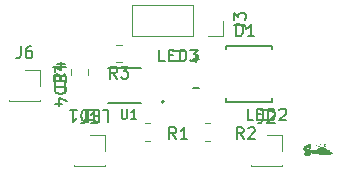
<source format=gbr>
%TF.GenerationSoftware,KiCad,Pcbnew,7.0.9*%
%TF.CreationDate,2024-02-15T17:21:18-06:00*%
%TF.ProjectId,MUX,4d55582e-6b69-4636-9164-5f7063625858,rev?*%
%TF.SameCoordinates,Original*%
%TF.FileFunction,Legend,Top*%
%TF.FilePolarity,Positive*%
%FSLAX46Y46*%
G04 Gerber Fmt 4.6, Leading zero omitted, Abs format (unit mm)*
G04 Created by KiCad (PCBNEW 7.0.9) date 2024-02-15 17:21:18*
%MOMM*%
%LPD*%
G01*
G04 APERTURE LIST*
%ADD10C,0.150000*%
%ADD11C,0.120000*%
%ADD12C,0.152400*%
%ADD13C,0.127000*%
%ADD14C,0.200000*%
G04 APERTURE END LIST*
D10*
X149833333Y-86904819D02*
X149500000Y-86428628D01*
X149261905Y-86904819D02*
X149261905Y-85904819D01*
X149261905Y-85904819D02*
X149642857Y-85904819D01*
X149642857Y-85904819D02*
X149738095Y-85952438D01*
X149738095Y-85952438D02*
X149785714Y-86000057D01*
X149785714Y-86000057D02*
X149833333Y-86095295D01*
X149833333Y-86095295D02*
X149833333Y-86238152D01*
X149833333Y-86238152D02*
X149785714Y-86333390D01*
X149785714Y-86333390D02*
X149738095Y-86381009D01*
X149738095Y-86381009D02*
X149642857Y-86428628D01*
X149642857Y-86428628D02*
X149261905Y-86428628D01*
X150166667Y-85904819D02*
X150785714Y-85904819D01*
X150785714Y-85904819D02*
X150452381Y-86285771D01*
X150452381Y-86285771D02*
X150595238Y-86285771D01*
X150595238Y-86285771D02*
X150690476Y-86333390D01*
X150690476Y-86333390D02*
X150738095Y-86381009D01*
X150738095Y-86381009D02*
X150785714Y-86476247D01*
X150785714Y-86476247D02*
X150785714Y-86714342D01*
X150785714Y-86714342D02*
X150738095Y-86809580D01*
X150738095Y-86809580D02*
X150690476Y-86857200D01*
X150690476Y-86857200D02*
X150595238Y-86904819D01*
X150595238Y-86904819D02*
X150309524Y-86904819D01*
X150309524Y-86904819D02*
X150214286Y-86857200D01*
X150214286Y-86857200D02*
X150166667Y-86809580D01*
X144545180Y-86380952D02*
X144545180Y-85904762D01*
X144545180Y-85904762D02*
X145545180Y-85904762D01*
X145068990Y-86714286D02*
X145068990Y-87047619D01*
X144545180Y-87190476D02*
X144545180Y-86714286D01*
X144545180Y-86714286D02*
X145545180Y-86714286D01*
X145545180Y-86714286D02*
X145545180Y-87190476D01*
X144545180Y-87619048D02*
X145545180Y-87619048D01*
X145545180Y-87619048D02*
X145545180Y-87857143D01*
X145545180Y-87857143D02*
X145497561Y-88000000D01*
X145497561Y-88000000D02*
X145402323Y-88095238D01*
X145402323Y-88095238D02*
X145307085Y-88142857D01*
X145307085Y-88142857D02*
X145116609Y-88190476D01*
X145116609Y-88190476D02*
X144973752Y-88190476D01*
X144973752Y-88190476D02*
X144783276Y-88142857D01*
X144783276Y-88142857D02*
X144688038Y-88095238D01*
X144688038Y-88095238D02*
X144592800Y-88000000D01*
X144592800Y-88000000D02*
X144545180Y-87857143D01*
X144545180Y-87857143D02*
X144545180Y-87619048D01*
X145211847Y-89047619D02*
X144545180Y-89047619D01*
X145592800Y-88809524D02*
X144878514Y-88571429D01*
X144878514Y-88571429D02*
X144878514Y-89190476D01*
X148619047Y-89545180D02*
X149095237Y-89545180D01*
X149095237Y-89545180D02*
X149095237Y-90545180D01*
X148285713Y-90068990D02*
X147952380Y-90068990D01*
X147809523Y-89545180D02*
X148285713Y-89545180D01*
X148285713Y-89545180D02*
X148285713Y-90545180D01*
X148285713Y-90545180D02*
X147809523Y-90545180D01*
X147380951Y-89545180D02*
X147380951Y-90545180D01*
X147380951Y-90545180D02*
X147142856Y-90545180D01*
X147142856Y-90545180D02*
X146999999Y-90497561D01*
X146999999Y-90497561D02*
X146904761Y-90402323D01*
X146904761Y-90402323D02*
X146857142Y-90307085D01*
X146857142Y-90307085D02*
X146809523Y-90116609D01*
X146809523Y-90116609D02*
X146809523Y-89973752D01*
X146809523Y-89973752D02*
X146857142Y-89783276D01*
X146857142Y-89783276D02*
X146904761Y-89688038D01*
X146904761Y-89688038D02*
X146999999Y-89592800D01*
X146999999Y-89592800D02*
X147142856Y-89545180D01*
X147142856Y-89545180D02*
X147380951Y-89545180D01*
X145857142Y-89545180D02*
X146428570Y-89545180D01*
X146142856Y-89545180D02*
X146142856Y-90545180D01*
X146142856Y-90545180D02*
X146238094Y-90402323D01*
X146238094Y-90402323D02*
X146333332Y-90307085D01*
X146333332Y-90307085D02*
X146428570Y-90259466D01*
X154843333Y-92034819D02*
X154510000Y-91558628D01*
X154271905Y-92034819D02*
X154271905Y-91034819D01*
X154271905Y-91034819D02*
X154652857Y-91034819D01*
X154652857Y-91034819D02*
X154748095Y-91082438D01*
X154748095Y-91082438D02*
X154795714Y-91130057D01*
X154795714Y-91130057D02*
X154843333Y-91225295D01*
X154843333Y-91225295D02*
X154843333Y-91368152D01*
X154843333Y-91368152D02*
X154795714Y-91463390D01*
X154795714Y-91463390D02*
X154748095Y-91511009D01*
X154748095Y-91511009D02*
X154652857Y-91558628D01*
X154652857Y-91558628D02*
X154271905Y-91558628D01*
X155795714Y-92034819D02*
X155224286Y-92034819D01*
X155510000Y-92034819D02*
X155510000Y-91034819D01*
X155510000Y-91034819D02*
X155414762Y-91177676D01*
X155414762Y-91177676D02*
X155319524Y-91272914D01*
X155319524Y-91272914D02*
X155224286Y-91320533D01*
X160543333Y-92034819D02*
X160210000Y-91558628D01*
X159971905Y-92034819D02*
X159971905Y-91034819D01*
X159971905Y-91034819D02*
X160352857Y-91034819D01*
X160352857Y-91034819D02*
X160448095Y-91082438D01*
X160448095Y-91082438D02*
X160495714Y-91130057D01*
X160495714Y-91130057D02*
X160543333Y-91225295D01*
X160543333Y-91225295D02*
X160543333Y-91368152D01*
X160543333Y-91368152D02*
X160495714Y-91463390D01*
X160495714Y-91463390D02*
X160448095Y-91511009D01*
X160448095Y-91511009D02*
X160352857Y-91558628D01*
X160352857Y-91558628D02*
X159971905Y-91558628D01*
X160924286Y-91130057D02*
X160971905Y-91082438D01*
X160971905Y-91082438D02*
X161067143Y-91034819D01*
X161067143Y-91034819D02*
X161305238Y-91034819D01*
X161305238Y-91034819D02*
X161400476Y-91082438D01*
X161400476Y-91082438D02*
X161448095Y-91130057D01*
X161448095Y-91130057D02*
X161495714Y-91225295D01*
X161495714Y-91225295D02*
X161495714Y-91320533D01*
X161495714Y-91320533D02*
X161448095Y-91463390D01*
X161448095Y-91463390D02*
X160876667Y-92034819D01*
X160876667Y-92034819D02*
X161495714Y-92034819D01*
X161380952Y-90454819D02*
X160904762Y-90454819D01*
X160904762Y-90454819D02*
X160904762Y-89454819D01*
X161714286Y-89931009D02*
X162047619Y-89931009D01*
X162190476Y-90454819D02*
X161714286Y-90454819D01*
X161714286Y-90454819D02*
X161714286Y-89454819D01*
X161714286Y-89454819D02*
X162190476Y-89454819D01*
X162619048Y-90454819D02*
X162619048Y-89454819D01*
X162619048Y-89454819D02*
X162857143Y-89454819D01*
X162857143Y-89454819D02*
X163000000Y-89502438D01*
X163000000Y-89502438D02*
X163095238Y-89597676D01*
X163095238Y-89597676D02*
X163142857Y-89692914D01*
X163142857Y-89692914D02*
X163190476Y-89883390D01*
X163190476Y-89883390D02*
X163190476Y-90026247D01*
X163190476Y-90026247D02*
X163142857Y-90216723D01*
X163142857Y-90216723D02*
X163095238Y-90311961D01*
X163095238Y-90311961D02*
X163000000Y-90407200D01*
X163000000Y-90407200D02*
X162857143Y-90454819D01*
X162857143Y-90454819D02*
X162619048Y-90454819D01*
X163571429Y-89550057D02*
X163619048Y-89502438D01*
X163619048Y-89502438D02*
X163714286Y-89454819D01*
X163714286Y-89454819D02*
X163952381Y-89454819D01*
X163952381Y-89454819D02*
X164047619Y-89502438D01*
X164047619Y-89502438D02*
X164095238Y-89550057D01*
X164095238Y-89550057D02*
X164142857Y-89645295D01*
X164142857Y-89645295D02*
X164142857Y-89740533D01*
X164142857Y-89740533D02*
X164095238Y-89883390D01*
X164095238Y-89883390D02*
X163523810Y-90454819D01*
X163523810Y-90454819D02*
X164142857Y-90454819D01*
X147166666Y-89684819D02*
X147166666Y-90399104D01*
X147166666Y-90399104D02*
X147119047Y-90541961D01*
X147119047Y-90541961D02*
X147023809Y-90637200D01*
X147023809Y-90637200D02*
X146880952Y-90684819D01*
X146880952Y-90684819D02*
X146785714Y-90684819D01*
X148166666Y-90684819D02*
X147595238Y-90684819D01*
X147880952Y-90684819D02*
X147880952Y-89684819D01*
X147880952Y-89684819D02*
X147785714Y-89827676D01*
X147785714Y-89827676D02*
X147690476Y-89922914D01*
X147690476Y-89922914D02*
X147595238Y-89970533D01*
X153880952Y-85454819D02*
X153404762Y-85454819D01*
X153404762Y-85454819D02*
X153404762Y-84454819D01*
X154214286Y-84931009D02*
X154547619Y-84931009D01*
X154690476Y-85454819D02*
X154214286Y-85454819D01*
X154214286Y-85454819D02*
X154214286Y-84454819D01*
X154214286Y-84454819D02*
X154690476Y-84454819D01*
X155119048Y-85454819D02*
X155119048Y-84454819D01*
X155119048Y-84454819D02*
X155357143Y-84454819D01*
X155357143Y-84454819D02*
X155500000Y-84502438D01*
X155500000Y-84502438D02*
X155595238Y-84597676D01*
X155595238Y-84597676D02*
X155642857Y-84692914D01*
X155642857Y-84692914D02*
X155690476Y-84883390D01*
X155690476Y-84883390D02*
X155690476Y-85026247D01*
X155690476Y-85026247D02*
X155642857Y-85216723D01*
X155642857Y-85216723D02*
X155595238Y-85311961D01*
X155595238Y-85311961D02*
X155500000Y-85407200D01*
X155500000Y-85407200D02*
X155357143Y-85454819D01*
X155357143Y-85454819D02*
X155119048Y-85454819D01*
X156023810Y-84454819D02*
X156642857Y-84454819D01*
X156642857Y-84454819D02*
X156309524Y-84835771D01*
X156309524Y-84835771D02*
X156452381Y-84835771D01*
X156452381Y-84835771D02*
X156547619Y-84883390D01*
X156547619Y-84883390D02*
X156595238Y-84931009D01*
X156595238Y-84931009D02*
X156642857Y-85026247D01*
X156642857Y-85026247D02*
X156642857Y-85264342D01*
X156642857Y-85264342D02*
X156595238Y-85359580D01*
X156595238Y-85359580D02*
X156547619Y-85407200D01*
X156547619Y-85407200D02*
X156452381Y-85454819D01*
X156452381Y-85454819D02*
X156166667Y-85454819D01*
X156166667Y-85454819D02*
X156071429Y-85407200D01*
X156071429Y-85407200D02*
X156023810Y-85359580D01*
X162166666Y-89684819D02*
X162166666Y-90399104D01*
X162166666Y-90399104D02*
X162119047Y-90541961D01*
X162119047Y-90541961D02*
X162023809Y-90637200D01*
X162023809Y-90637200D02*
X161880952Y-90684819D01*
X161880952Y-90684819D02*
X161785714Y-90684819D01*
X162595238Y-89780057D02*
X162642857Y-89732438D01*
X162642857Y-89732438D02*
X162738095Y-89684819D01*
X162738095Y-89684819D02*
X162976190Y-89684819D01*
X162976190Y-89684819D02*
X163071428Y-89732438D01*
X163071428Y-89732438D02*
X163119047Y-89780057D01*
X163119047Y-89780057D02*
X163166666Y-89875295D01*
X163166666Y-89875295D02*
X163166666Y-89970533D01*
X163166666Y-89970533D02*
X163119047Y-90113390D01*
X163119047Y-90113390D02*
X162547619Y-90684819D01*
X162547619Y-90684819D02*
X163166666Y-90684819D01*
X159724819Y-82333333D02*
X160439104Y-82333333D01*
X160439104Y-82333333D02*
X160581961Y-82380952D01*
X160581961Y-82380952D02*
X160677200Y-82476190D01*
X160677200Y-82476190D02*
X160724819Y-82619047D01*
X160724819Y-82619047D02*
X160724819Y-82714285D01*
X159724819Y-81952380D02*
X159724819Y-81333333D01*
X159724819Y-81333333D02*
X160105771Y-81666666D01*
X160105771Y-81666666D02*
X160105771Y-81523809D01*
X160105771Y-81523809D02*
X160153390Y-81428571D01*
X160153390Y-81428571D02*
X160201009Y-81380952D01*
X160201009Y-81380952D02*
X160296247Y-81333333D01*
X160296247Y-81333333D02*
X160534342Y-81333333D01*
X160534342Y-81333333D02*
X160629580Y-81380952D01*
X160629580Y-81380952D02*
X160677200Y-81428571D01*
X160677200Y-81428571D02*
X160724819Y-81523809D01*
X160724819Y-81523809D02*
X160724819Y-81809523D01*
X160724819Y-81809523D02*
X160677200Y-81904761D01*
X160677200Y-81904761D02*
X160629580Y-81952380D01*
X159936905Y-83319819D02*
X159936905Y-82319819D01*
X159936905Y-82319819D02*
X160175000Y-82319819D01*
X160175000Y-82319819D02*
X160317857Y-82367438D01*
X160317857Y-82367438D02*
X160413095Y-82462676D01*
X160413095Y-82462676D02*
X160460714Y-82557914D01*
X160460714Y-82557914D02*
X160508333Y-82748390D01*
X160508333Y-82748390D02*
X160508333Y-82891247D01*
X160508333Y-82891247D02*
X160460714Y-83081723D01*
X160460714Y-83081723D02*
X160413095Y-83176961D01*
X160413095Y-83176961D02*
X160317857Y-83272200D01*
X160317857Y-83272200D02*
X160175000Y-83319819D01*
X160175000Y-83319819D02*
X159936905Y-83319819D01*
X161460714Y-83319819D02*
X160889286Y-83319819D01*
X161175000Y-83319819D02*
X161175000Y-82319819D01*
X161175000Y-82319819D02*
X161079762Y-82462676D01*
X161079762Y-82462676D02*
X160984524Y-82557914D01*
X160984524Y-82557914D02*
X160889286Y-82605533D01*
X141666666Y-84184819D02*
X141666666Y-84899104D01*
X141666666Y-84899104D02*
X141619047Y-85041961D01*
X141619047Y-85041961D02*
X141523809Y-85137200D01*
X141523809Y-85137200D02*
X141380952Y-85184819D01*
X141380952Y-85184819D02*
X141285714Y-85184819D01*
X142571428Y-84184819D02*
X142380952Y-84184819D01*
X142380952Y-84184819D02*
X142285714Y-84232438D01*
X142285714Y-84232438D02*
X142238095Y-84280057D01*
X142238095Y-84280057D02*
X142142857Y-84422914D01*
X142142857Y-84422914D02*
X142095238Y-84613390D01*
X142095238Y-84613390D02*
X142095238Y-84994342D01*
X142095238Y-84994342D02*
X142142857Y-85089580D01*
X142142857Y-85089580D02*
X142190476Y-85137200D01*
X142190476Y-85137200D02*
X142285714Y-85184819D01*
X142285714Y-85184819D02*
X142476190Y-85184819D01*
X142476190Y-85184819D02*
X142571428Y-85137200D01*
X142571428Y-85137200D02*
X142619047Y-85089580D01*
X142619047Y-85089580D02*
X142666666Y-84994342D01*
X142666666Y-84994342D02*
X142666666Y-84756247D01*
X142666666Y-84756247D02*
X142619047Y-84661009D01*
X142619047Y-84661009D02*
X142571428Y-84613390D01*
X142571428Y-84613390D02*
X142476190Y-84565771D01*
X142476190Y-84565771D02*
X142285714Y-84565771D01*
X142285714Y-84565771D02*
X142190476Y-84613390D01*
X142190476Y-84613390D02*
X142142857Y-84661009D01*
X142142857Y-84661009D02*
X142095238Y-84756247D01*
X150220476Y-89522295D02*
X150220476Y-90169914D01*
X150220476Y-90169914D02*
X150258571Y-90246104D01*
X150258571Y-90246104D02*
X150296666Y-90284200D01*
X150296666Y-90284200D02*
X150372857Y-90322295D01*
X150372857Y-90322295D02*
X150525238Y-90322295D01*
X150525238Y-90322295D02*
X150601428Y-90284200D01*
X150601428Y-90284200D02*
X150639523Y-90246104D01*
X150639523Y-90246104D02*
X150677619Y-90169914D01*
X150677619Y-90169914D02*
X150677619Y-89522295D01*
X151477618Y-90322295D02*
X151020475Y-90322295D01*
X151249047Y-90322295D02*
X151249047Y-89522295D01*
X151249047Y-89522295D02*
X151172856Y-89636580D01*
X151172856Y-89636580D02*
X151096666Y-89712771D01*
X151096666Y-89712771D02*
X151020475Y-89750866D01*
X145454819Y-86526666D02*
X144978628Y-86859999D01*
X145454819Y-87098094D02*
X144454819Y-87098094D01*
X144454819Y-87098094D02*
X144454819Y-86717142D01*
X144454819Y-86717142D02*
X144502438Y-86621904D01*
X144502438Y-86621904D02*
X144550057Y-86574285D01*
X144550057Y-86574285D02*
X144645295Y-86526666D01*
X144645295Y-86526666D02*
X144788152Y-86526666D01*
X144788152Y-86526666D02*
X144883390Y-86574285D01*
X144883390Y-86574285D02*
X144931009Y-86621904D01*
X144931009Y-86621904D02*
X144978628Y-86717142D01*
X144978628Y-86717142D02*
X144978628Y-87098094D01*
X144788152Y-85669523D02*
X145454819Y-85669523D01*
X144407200Y-85907618D02*
X145121485Y-86145713D01*
X145121485Y-86145713D02*
X145121485Y-85526666D01*
D11*
%TO.C,R3*%
X150227064Y-85535000D02*
X149772936Y-85535000D01*
X150227064Y-84065000D02*
X149772936Y-84065000D01*
D12*
%TO.C,LED4*%
X144568200Y-87058250D02*
X144568200Y-87941750D01*
X145431800Y-87941750D02*
X145431800Y-87058250D01*
%TO.C,LED1*%
X147941750Y-89568200D02*
X147058250Y-89568200D01*
X147058250Y-90431800D02*
X147941750Y-90431800D01*
D11*
%TO.C,R1*%
X152172936Y-90705000D02*
X152627064Y-90705000D01*
X152172936Y-92175000D02*
X152627064Y-92175000D01*
%TO.C,R2*%
X157707064Y-92175000D02*
X157252936Y-92175000D01*
X157707064Y-90705000D02*
X157252936Y-90705000D01*
D12*
%TO.C,LED2*%
X162058250Y-90431800D02*
X162941750Y-90431800D01*
X162941750Y-89568200D02*
X162058250Y-89568200D01*
D11*
%TO.C,J1*%
X146170000Y-94210000D02*
X146170000Y-94330000D01*
X146170000Y-94330000D02*
X148830000Y-94330000D01*
X147500000Y-91670000D02*
X148830000Y-91670000D01*
X148830000Y-91670000D02*
X148830000Y-93000000D01*
X148830000Y-94210000D02*
X148830000Y-94330000D01*
D12*
%TO.C,LED3*%
X154558250Y-85431800D02*
X155441750Y-85431800D01*
X155441750Y-84568200D02*
X154558250Y-84568200D01*
D11*
%TO.C,J2*%
X161170000Y-94210000D02*
X161170000Y-94330000D01*
X161170000Y-94330000D02*
X163830000Y-94330000D01*
X162500000Y-91670000D02*
X163830000Y-91670000D01*
X163830000Y-91670000D02*
X163830000Y-93000000D01*
X163830000Y-94210000D02*
X163830000Y-94330000D01*
%TO.C,J3*%
X156230000Y-80670000D02*
X151090000Y-80670000D01*
X156230000Y-80670000D02*
X156230000Y-83330000D01*
X151090000Y-80670000D02*
X151090000Y-83330000D01*
X158830000Y-82000000D02*
X158830000Y-83330000D01*
X158830000Y-83330000D02*
X157500000Y-83330000D01*
X156230000Y-83330000D02*
X151090000Y-83330000D01*
D13*
%TO.C,D1*%
X156250000Y-85250000D02*
X156750000Y-85250000D01*
X156250000Y-87750000D02*
X156750000Y-87750000D01*
X156500000Y-85000000D02*
X156500000Y-85500000D01*
X159075000Y-84137500D02*
X159075000Y-84405000D01*
X159075000Y-88595000D02*
X159075000Y-88862500D01*
X159075000Y-88862500D02*
X162925000Y-88862500D01*
X162925000Y-84137500D02*
X159075000Y-84137500D01*
X162925000Y-84405000D02*
X162925000Y-84137500D01*
X162925000Y-88862500D02*
X162925000Y-88595000D01*
D11*
%TO.C,J6*%
X140670000Y-88710000D02*
X140670000Y-88830000D01*
X140670000Y-88830000D02*
X143330000Y-88830000D01*
X142000000Y-86170000D02*
X143330000Y-86170000D01*
X143330000Y-86170000D02*
X143330000Y-87500000D01*
X143330000Y-88710000D02*
X143330000Y-88830000D01*
%TO.C,G\u002A\u002A\u002A*%
G36*
X165797382Y-92581209D02*
G01*
X165796132Y-92582459D01*
X165794882Y-92581209D01*
X165796132Y-92579959D01*
X165797382Y-92581209D01*
G37*
G36*
X165802382Y-92578709D02*
G01*
X165801132Y-92579959D01*
X165799882Y-92578709D01*
X165801132Y-92577459D01*
X165802382Y-92578709D01*
G37*
G36*
X165924894Y-93041254D02*
G01*
X165923644Y-93042504D01*
X165922394Y-93041254D01*
X165923644Y-93040004D01*
X165924894Y-93041254D01*
G37*
G36*
X165927395Y-93253775D02*
G01*
X165926144Y-93255025D01*
X165924894Y-93253775D01*
X165926144Y-93252525D01*
X165927395Y-93253775D01*
G37*
G36*
X165937396Y-93076258D02*
G01*
X165936145Y-93077508D01*
X165934895Y-93076258D01*
X165936145Y-93075008D01*
X165937396Y-93076258D01*
G37*
G36*
X165989901Y-92786229D02*
G01*
X165988651Y-92787479D01*
X165987400Y-92786229D01*
X165988651Y-92784979D01*
X165989901Y-92786229D01*
G37*
G36*
X166014903Y-92878738D02*
G01*
X166013653Y-92879988D01*
X166012403Y-92878738D01*
X166013653Y-92877488D01*
X166014903Y-92878738D01*
G37*
G36*
X166042406Y-92751226D02*
G01*
X166041156Y-92752476D01*
X166039906Y-92751226D01*
X166041156Y-92749976D01*
X166042406Y-92751226D01*
G37*
G36*
X166042406Y-93201270D02*
G01*
X166041156Y-93202520D01*
X166039906Y-93201270D01*
X166041156Y-93200020D01*
X166042406Y-93201270D01*
G37*
G36*
X166049907Y-92746225D02*
G01*
X166048657Y-92747475D01*
X166047406Y-92746225D01*
X166048657Y-92744975D01*
X166049907Y-92746225D01*
G37*
G36*
X166059908Y-92596210D02*
G01*
X166058658Y-92597461D01*
X166057407Y-92596210D01*
X166058658Y-92594960D01*
X166059908Y-92596210D01*
G37*
G36*
X166069909Y-92661217D02*
G01*
X166068658Y-92662467D01*
X166067408Y-92661217D01*
X166068658Y-92659967D01*
X166069909Y-92661217D01*
G37*
G36*
X166092411Y-93146265D02*
G01*
X166091161Y-93147515D01*
X166089911Y-93146265D01*
X166091161Y-93145014D01*
X166092411Y-93146265D01*
G37*
G36*
X166137415Y-92543705D02*
G01*
X166136165Y-92544955D01*
X166134915Y-92543705D01*
X166136165Y-92542455D01*
X166137415Y-92543705D01*
G37*
G36*
X166147416Y-92538705D02*
G01*
X166146166Y-92539955D01*
X166144916Y-92538705D01*
X166146166Y-92537455D01*
X166147416Y-92538705D01*
G37*
G36*
X166192421Y-92881238D02*
G01*
X166191171Y-92882489D01*
X166189920Y-92881238D01*
X166191171Y-92879988D01*
X166192421Y-92881238D01*
G37*
G36*
X166192421Y-93056256D02*
G01*
X166191171Y-93057506D01*
X166189920Y-93056256D01*
X166191171Y-93055006D01*
X166192421Y-93056256D01*
G37*
G36*
X166574958Y-93321282D02*
G01*
X166573708Y-93322532D01*
X166572458Y-93321282D01*
X166573708Y-93320032D01*
X166574958Y-93321282D01*
G37*
G36*
X165909048Y-93271902D02*
G01*
X165909379Y-93277021D01*
X165909048Y-93278153D01*
X165908136Y-93278467D01*
X165907787Y-93275027D01*
X165908180Y-93271478D01*
X165909048Y-93271902D01*
G37*
G36*
X166041572Y-92933327D02*
G01*
X166041872Y-92936294D01*
X166041572Y-92936661D01*
X166040086Y-92936317D01*
X166039906Y-92934994D01*
X166040820Y-92932936D01*
X166041572Y-92933327D01*
G37*
G36*
X166084077Y-92673301D02*
G01*
X166084376Y-92676269D01*
X166084077Y-92676635D01*
X166082590Y-92676292D01*
X166082410Y-92674968D01*
X166083325Y-92672910D01*
X166084077Y-92673301D01*
G37*
G36*
X166581626Y-93323365D02*
G01*
X166581282Y-93324852D01*
X166579959Y-93325032D01*
X166577901Y-93324117D01*
X166578292Y-93323365D01*
X166581259Y-93323066D01*
X166581626Y-93323365D01*
G37*
G36*
X165750686Y-93203522D02*
G01*
X165750788Y-93207449D01*
X165748663Y-93209136D01*
X165746017Y-93207344D01*
X165745924Y-93203351D01*
X165746763Y-93202134D01*
X165749465Y-93201576D01*
X165750686Y-93203522D01*
G37*
G36*
X165866009Y-93219068D02*
G01*
X165869528Y-93221085D01*
X165868938Y-93222390D01*
X165867536Y-93222522D01*
X165864146Y-93220706D01*
X165863656Y-93220050D01*
X165864058Y-93218630D01*
X165866009Y-93219068D01*
G37*
G36*
X166016219Y-92982981D02*
G01*
X166015469Y-92984841D01*
X166013136Y-92986088D01*
X166010215Y-92986849D01*
X166011413Y-92985018D01*
X166011736Y-92984688D01*
X166015014Y-92982714D01*
X166016219Y-92982981D01*
G37*
G36*
X165977207Y-92821347D02*
G01*
X165977400Y-92822188D01*
X165975575Y-92825722D01*
X165974899Y-92826233D01*
X165972592Y-92826119D01*
X165972399Y-92825278D01*
X165974224Y-92821743D01*
X165974899Y-92821233D01*
X165977207Y-92821347D01*
G37*
G36*
X166049122Y-93196634D02*
G01*
X166048657Y-93197520D01*
X166046301Y-93199907D01*
X166045861Y-93200020D01*
X166045691Y-93198405D01*
X166046156Y-93197520D01*
X166048512Y-93195132D01*
X166048952Y-93195019D01*
X166049122Y-93196634D01*
G37*
G36*
X166069078Y-93198960D02*
G01*
X166071161Y-93203731D01*
X166070575Y-93204572D01*
X166066871Y-93202036D01*
X166066683Y-93201895D01*
X166064050Y-93198162D01*
X166064360Y-93195835D01*
X166066583Y-93195224D01*
X166069078Y-93198960D01*
G37*
G36*
X165940988Y-93064810D02*
G01*
X165945033Y-93070200D01*
X165948140Y-93075819D01*
X165948601Y-93079654D01*
X165948329Y-93080060D01*
X165946129Y-93079390D01*
X165943171Y-93074971D01*
X165941957Y-93072367D01*
X165939247Y-93065469D01*
X165938902Y-93062966D01*
X165940988Y-93064810D01*
G37*
G36*
X166078309Y-93209629D02*
G01*
X166082310Y-93211487D01*
X166083846Y-93212823D01*
X166084679Y-93214505D01*
X166083288Y-93214467D01*
X166078507Y-93212633D01*
X166078034Y-93212443D01*
X166073730Y-93210320D01*
X166072409Y-93209085D01*
X166074259Y-93208583D01*
X166078309Y-93209629D01*
G37*
G36*
X166131646Y-92546107D02*
G01*
X166129118Y-92548615D01*
X166124953Y-92551568D01*
X166120521Y-92553983D01*
X166117413Y-92554884D01*
X166116748Y-92553774D01*
X166119719Y-92550964D01*
X166121164Y-92549956D01*
X166126816Y-92546648D01*
X166130837Y-92545054D01*
X166131165Y-92545027D01*
X166131646Y-92546107D01*
G37*
G36*
X166007697Y-92991477D02*
G01*
X166005801Y-92995443D01*
X166000918Y-93001199D01*
X165996776Y-93005183D01*
X165988301Y-93011725D01*
X165980995Y-93014612D01*
X165977937Y-93014899D01*
X165970038Y-93016242D01*
X165963560Y-93019040D01*
X165959269Y-93021147D01*
X165957400Y-93020668D01*
X165957398Y-93020596D01*
X165959710Y-93016438D01*
X165966757Y-93012422D01*
X165973134Y-93010097D01*
X165980739Y-93006723D01*
X165989488Y-93001554D01*
X165993783Y-92998520D01*
X166000085Y-92993863D01*
X166004658Y-92990768D01*
X166006174Y-92989999D01*
X166007697Y-92991477D01*
G37*
G36*
X167522530Y-92681479D02*
G01*
X167525029Y-92683691D01*
X167528451Y-92686227D01*
X167530110Y-92686184D01*
X167533896Y-92685915D01*
X167536263Y-92686550D01*
X167539200Y-92689730D01*
X167538825Y-92694922D01*
X167535845Y-92701164D01*
X167530968Y-92707491D01*
X167524902Y-92712942D01*
X167518352Y-92716552D01*
X167513557Y-92717472D01*
X167507117Y-92716466D01*
X167502853Y-92714088D01*
X167501072Y-92708720D01*
X167501281Y-92700928D01*
X167503117Y-92692696D01*
X167506214Y-92686011D01*
X167508461Y-92683613D01*
X167516098Y-92680260D01*
X167522530Y-92681479D01*
G37*
G36*
X167293466Y-92621114D02*
G01*
X167296712Y-92624353D01*
X167297529Y-92629798D01*
X167295843Y-92636449D01*
X167291588Y-92643742D01*
X167285966Y-92650180D01*
X167280182Y-92654265D01*
X167277304Y-92654966D01*
X167272992Y-92652906D01*
X167267802Y-92647492D01*
X167265836Y-92644749D01*
X167261680Y-92637001D01*
X167261391Y-92631361D01*
X167261528Y-92631214D01*
X167287528Y-92631214D01*
X167288779Y-92632464D01*
X167290029Y-92631214D01*
X167288779Y-92629964D01*
X167287528Y-92631214D01*
X167261528Y-92631214D01*
X167265315Y-92627149D01*
X167273796Y-92623687D01*
X167277014Y-92622765D01*
X167287121Y-92620660D01*
X167293466Y-92621114D01*
G37*
G36*
X166977643Y-92642188D02*
G01*
X166980932Y-92647739D01*
X166982051Y-92657656D01*
X166978517Y-92666451D01*
X166971805Y-92672536D01*
X166962307Y-92676729D01*
X166954571Y-92676855D01*
X166950495Y-92674468D01*
X166947753Y-92668775D01*
X166949046Y-92663300D01*
X166958329Y-92663300D01*
X166958673Y-92664787D01*
X166959996Y-92664967D01*
X166962054Y-92664052D01*
X166961663Y-92663300D01*
X166958696Y-92663001D01*
X166958329Y-92663300D01*
X166949046Y-92663300D01*
X166949474Y-92661487D01*
X166954819Y-92653716D01*
X166967497Y-92653716D01*
X166968747Y-92654966D01*
X166969997Y-92653716D01*
X166968747Y-92652466D01*
X166967497Y-92653716D01*
X166954819Y-92653716D01*
X166955712Y-92652417D01*
X166957481Y-92650401D01*
X166962104Y-92646215D01*
X166969997Y-92646215D01*
X166971247Y-92647465D01*
X166972497Y-92646215D01*
X166971247Y-92644965D01*
X166969997Y-92646215D01*
X166962104Y-92646215D01*
X166965587Y-92643061D01*
X166972366Y-92640317D01*
X166977643Y-92642188D01*
G37*
G36*
X167415351Y-92449715D02*
G01*
X167428662Y-92449963D01*
X167440262Y-92450456D01*
X167449033Y-92451197D01*
X167452918Y-92451872D01*
X167460520Y-92454998D01*
X167468900Y-92459996D01*
X167471862Y-92462198D01*
X167477822Y-92467842D01*
X167482257Y-92474537D01*
X167486176Y-92483942D01*
X167487554Y-92488001D01*
X167490496Y-92497556D01*
X167491970Y-92504862D01*
X167492143Y-92512035D01*
X167491182Y-92521188D01*
X167490536Y-92525749D01*
X167488839Y-92536072D01*
X167486871Y-92543183D01*
X167483845Y-92548843D01*
X167478972Y-92554812D01*
X167476165Y-92557856D01*
X167470490Y-92564491D01*
X167466720Y-92570009D01*
X167465676Y-92573168D01*
X167468480Y-92576412D01*
X167473116Y-92579355D01*
X167478712Y-92583173D01*
X167485206Y-92589080D01*
X167487609Y-92591661D01*
X167491933Y-92596894D01*
X167494177Y-92601234D01*
X167494796Y-92606488D01*
X167494249Y-92614468D01*
X167493997Y-92616965D01*
X167492589Y-92626565D01*
X167490618Y-92635043D01*
X167488919Y-92639662D01*
X167480216Y-92651100D01*
X167466694Y-92661365D01*
X167448406Y-92670419D01*
X167446614Y-92671139D01*
X167436969Y-92673517D01*
X167423904Y-92674777D01*
X167408865Y-92674950D01*
X167393297Y-92674067D01*
X167378646Y-92672160D01*
X167366911Y-92669431D01*
X167350035Y-92664222D01*
X167350035Y-92653506D01*
X167350607Y-92645089D01*
X167351575Y-92640061D01*
X167384420Y-92640061D01*
X167385309Y-92642389D01*
X167387248Y-92643306D01*
X167395786Y-92644458D01*
X167407164Y-92644531D01*
X167419357Y-92643614D01*
X167430344Y-92641796D01*
X167432228Y-92641330D01*
X167444266Y-92637141D01*
X167452028Y-92631730D01*
X167456219Y-92624321D01*
X167457542Y-92614138D01*
X167457545Y-92613447D01*
X167457201Y-92605310D01*
X167455707Y-92600349D01*
X167452372Y-92596760D01*
X167450670Y-92595513D01*
X167443199Y-92591226D01*
X167435295Y-92587842D01*
X167427576Y-92586117D01*
X167418029Y-92585204D01*
X167408215Y-92585096D01*
X167399694Y-92585791D01*
X167394027Y-92587283D01*
X167393039Y-92587960D01*
X167391096Y-92592247D01*
X167390020Y-92599144D01*
X167389951Y-92601086D01*
X167389352Y-92609215D01*
X167387900Y-92619510D01*
X167386535Y-92626720D01*
X167384846Y-92635229D01*
X167384420Y-92640061D01*
X167351575Y-92640061D01*
X167352027Y-92637717D01*
X167352449Y-92636440D01*
X167354896Y-92626890D01*
X167356794Y-92612821D01*
X167358120Y-92594687D01*
X167358195Y-92592460D01*
X167370037Y-92592460D01*
X167370951Y-92594518D01*
X167371703Y-92594127D01*
X167372003Y-92591160D01*
X167371703Y-92590793D01*
X167370217Y-92591136D01*
X167370037Y-92592460D01*
X167358195Y-92592460D01*
X167358853Y-92572942D01*
X167358972Y-92548040D01*
X167358665Y-92531716D01*
X167385056Y-92531716D01*
X167385349Y-92538409D01*
X167386986Y-92541702D01*
X167391057Y-92543185D01*
X167393164Y-92543557D01*
X167408272Y-92545599D01*
X167422808Y-92546792D01*
X167435709Y-92547114D01*
X167445912Y-92546539D01*
X167452355Y-92545045D01*
X167452683Y-92544881D01*
X167457337Y-92540789D01*
X167460951Y-92535505D01*
X167462698Y-92531066D01*
X167462995Y-92526291D01*
X167461778Y-92519539D01*
X167460065Y-92513023D01*
X167456207Y-92501372D01*
X167451673Y-92493490D01*
X167445441Y-92488158D01*
X167436489Y-92484157D01*
X167435595Y-92483848D01*
X167420768Y-92480398D01*
X167407371Y-92480984D01*
X167397939Y-92483831D01*
X167392772Y-92486094D01*
X167389743Y-92488604D01*
X167388103Y-92492731D01*
X167387103Y-92499843D01*
X167386655Y-92504458D01*
X167385806Y-92515070D01*
X167385224Y-92525411D01*
X167385056Y-92531716D01*
X167358665Y-92531716D01*
X167358453Y-92520435D01*
X167358293Y-92515276D01*
X167357953Y-92504951D01*
X167365717Y-92504951D01*
X167365912Y-92510359D01*
X167366411Y-92511844D01*
X167366801Y-92510577D01*
X167367214Y-92503291D01*
X167366801Y-92499326D01*
X167366182Y-92498141D01*
X167365790Y-92501282D01*
X167365717Y-92504951D01*
X167357953Y-92504951D01*
X167356504Y-92460989D01*
X167365233Y-92460989D01*
X167365693Y-92464232D01*
X167366547Y-92464270D01*
X167367143Y-92460924D01*
X167366744Y-92459478D01*
X167365634Y-92458531D01*
X167365233Y-92460989D01*
X167356504Y-92460989D01*
X167356285Y-92454343D01*
X167362248Y-92452078D01*
X167367349Y-92451134D01*
X167376328Y-92450423D01*
X167388066Y-92449948D01*
X167401447Y-92449711D01*
X167415351Y-92449715D01*
G37*
G36*
X167116268Y-92450356D02*
G01*
X167129341Y-92451275D01*
X167139560Y-92452711D01*
X167142883Y-92453527D01*
X167157965Y-92459007D01*
X167168825Y-92465351D01*
X167176241Y-92473306D01*
X167180991Y-92483619D01*
X167183046Y-92492101D01*
X167184465Y-92500803D01*
X167184550Y-92507037D01*
X167182994Y-92513011D01*
X167179492Y-92520935D01*
X167178878Y-92522221D01*
X167171846Y-92536936D01*
X167183494Y-92549071D01*
X167192329Y-92560043D01*
X167197817Y-92571601D01*
X167200240Y-92584852D01*
X167199881Y-92600901D01*
X167198886Y-92609343D01*
X167197134Y-92617941D01*
X167193982Y-92624094D01*
X167188133Y-92630144D01*
X167186658Y-92631434D01*
X167178726Y-92637920D01*
X167171358Y-92642882D01*
X167163521Y-92646706D01*
X167154183Y-92649777D01*
X167142311Y-92652481D01*
X167126874Y-92655204D01*
X167120230Y-92656266D01*
X167105110Y-92658403D01*
X167093516Y-92659401D01*
X167084120Y-92659317D01*
X167075592Y-92658208D01*
X167075395Y-92658171D01*
X167071135Y-92656317D01*
X167070808Y-92652250D01*
X167070960Y-92651636D01*
X167071298Y-92647299D01*
X167071268Y-92639011D01*
X167070896Y-92627806D01*
X167070212Y-92614718D01*
X167069824Y-92608712D01*
X167066945Y-92580566D01*
X167101914Y-92580566D01*
X167103462Y-92591862D01*
X167104357Y-92601099D01*
X167104916Y-92612090D01*
X167105010Y-92617811D01*
X167105010Y-92632464D01*
X167115637Y-92632463D01*
X167124313Y-92631519D01*
X167134457Y-92629118D01*
X167139416Y-92627462D01*
X167147882Y-92624642D01*
X167155331Y-92622829D01*
X167158525Y-92622463D01*
X167162452Y-92621867D01*
X167165056Y-92619537D01*
X167166596Y-92614656D01*
X167167330Y-92606409D01*
X167167517Y-92594062D01*
X167167153Y-92581185D01*
X167166337Y-92576208D01*
X167175017Y-92576208D01*
X167176268Y-92577459D01*
X167177518Y-92576208D01*
X167176268Y-92574958D01*
X167175017Y-92576208D01*
X167166337Y-92576208D01*
X167165729Y-92572501D01*
X167162745Y-92567236D01*
X167157699Y-92564613D01*
X167150091Y-92563858D01*
X167148029Y-92563865D01*
X167136735Y-92565340D01*
X167124173Y-92569746D01*
X167118690Y-92572307D01*
X167101914Y-92580566D01*
X167066945Y-92580566D01*
X167066681Y-92577988D01*
X167061576Y-92546770D01*
X167060320Y-92541205D01*
X167090009Y-92541205D01*
X167091259Y-92542455D01*
X167092509Y-92541205D01*
X167091259Y-92539955D01*
X167090009Y-92541205D01*
X167060320Y-92541205D01*
X167059192Y-92536205D01*
X167160016Y-92536205D01*
X167161266Y-92537455D01*
X167162516Y-92536205D01*
X167161266Y-92534954D01*
X167160016Y-92536205D01*
X167059192Y-92536205D01*
X167054882Y-92517104D01*
X167049947Y-92499908D01*
X167047188Y-92488909D01*
X167047153Y-92488700D01*
X167057506Y-92488700D01*
X167058756Y-92489950D01*
X167060006Y-92488700D01*
X167058756Y-92487450D01*
X167057506Y-92488700D01*
X167047153Y-92488700D01*
X167045170Y-92476766D01*
X167044953Y-92474510D01*
X167076780Y-92474510D01*
X167076816Y-92475034D01*
X167078414Y-92482637D01*
X167081007Y-92492005D01*
X167084189Y-92501978D01*
X167087551Y-92511395D01*
X167090687Y-92519093D01*
X167093190Y-92523913D01*
X167094316Y-92524953D01*
X167098341Y-92524165D01*
X167105354Y-92522124D01*
X167111862Y-92519953D01*
X167120510Y-92517229D01*
X167127995Y-92515412D01*
X167131610Y-92514952D01*
X167138024Y-92512972D01*
X167145316Y-92507893D01*
X167151972Y-92501006D01*
X167156369Y-92493859D01*
X167157186Y-92489950D01*
X167170017Y-92489950D01*
X167170932Y-92492008D01*
X167171684Y-92491617D01*
X167171983Y-92488650D01*
X167171684Y-92488283D01*
X167170197Y-92488626D01*
X167170017Y-92489950D01*
X167157186Y-92489950D01*
X167158086Y-92485642D01*
X167156064Y-92481199D01*
X167167517Y-92481199D01*
X167168767Y-92482449D01*
X167170017Y-92481199D01*
X167168767Y-92479949D01*
X167167517Y-92481199D01*
X167156064Y-92481199D01*
X167155410Y-92479761D01*
X167148728Y-92476413D01*
X167144463Y-92474564D01*
X167143621Y-92472679D01*
X167142585Y-92470679D01*
X167137172Y-92469123D01*
X167127993Y-92468104D01*
X167115660Y-92467711D01*
X167110324Y-92467744D01*
X167095245Y-92468338D01*
X167084829Y-92469620D01*
X167078774Y-92471655D01*
X167076780Y-92474510D01*
X167044953Y-92474510D01*
X167044670Y-92471569D01*
X167043754Y-92457024D01*
X167053755Y-92453522D01*
X167061529Y-92451854D01*
X167072972Y-92450704D01*
X167086779Y-92450070D01*
X167101646Y-92449955D01*
X167116268Y-92450356D01*
G37*
G36*
X166807630Y-92495030D02*
G01*
X166817588Y-92498130D01*
X166829641Y-92498641D01*
X166841564Y-92496499D01*
X166842881Y-92496061D01*
X166850808Y-92493929D01*
X166855348Y-92494467D01*
X166856042Y-92495006D01*
X166857118Y-92498074D01*
X166855405Y-92499692D01*
X166853544Y-92501927D01*
X166854044Y-92505927D01*
X166855748Y-92510420D01*
X166857855Y-92516438D01*
X166860703Y-92525890D01*
X166863876Y-92537344D01*
X166866223Y-92546412D01*
X166869309Y-92558001D01*
X166872363Y-92568237D01*
X166874992Y-92575863D01*
X166876527Y-92579246D01*
X166879034Y-92585773D01*
X166880027Y-92592997D01*
X166880988Y-92601272D01*
X166883990Y-92605434D01*
X166887426Y-92606211D01*
X166889181Y-92607127D01*
X166890335Y-92610412D01*
X166891018Y-92616873D01*
X166891361Y-92627320D01*
X166891410Y-92630698D01*
X166891854Y-92642917D01*
X166892795Y-92652092D01*
X166894133Y-92657374D01*
X166894599Y-92658075D01*
X166896930Y-92662765D01*
X166897490Y-92666717D01*
X166898889Y-92671368D01*
X166901240Y-92672468D01*
X166904587Y-92673865D01*
X166903796Y-92678047D01*
X166898869Y-92684997D01*
X166897490Y-92686601D01*
X166892936Y-92692515D01*
X166890274Y-92697378D01*
X166889989Y-92698660D01*
X166888228Y-92703073D01*
X166883711Y-92703862D01*
X166880715Y-92702707D01*
X166874813Y-92700321D01*
X166869362Y-92698824D01*
X166864927Y-92696701D01*
X166862518Y-92693533D01*
X166862809Y-92690814D01*
X166865374Y-92689970D01*
X166866400Y-92688558D01*
X166864394Y-92685594D01*
X166862544Y-92681885D01*
X166860572Y-92674639D01*
X166858423Y-92663555D01*
X166856044Y-92648329D01*
X166853382Y-92628657D01*
X166851505Y-92613504D01*
X166885186Y-92613504D01*
X166885646Y-92616747D01*
X166886499Y-92616785D01*
X166887096Y-92613439D01*
X166886697Y-92611993D01*
X166885587Y-92611046D01*
X166885186Y-92613504D01*
X166851505Y-92613504D01*
X166851066Y-92609962D01*
X166849974Y-92602051D01*
X166848917Y-92596284D01*
X166848358Y-92594426D01*
X166846005Y-92595072D01*
X166840218Y-92598033D01*
X166831748Y-92602888D01*
X166821346Y-92609214D01*
X166815515Y-92612886D01*
X166803691Y-92620307D01*
X166792728Y-92626985D01*
X166783609Y-92632339D01*
X166777313Y-92635784D01*
X166775815Y-92636493D01*
X166767901Y-92639855D01*
X166771458Y-92653036D01*
X166774203Y-92665758D01*
X166776011Y-92679526D01*
X166776937Y-92693651D01*
X166777035Y-92707447D01*
X166776359Y-92720225D01*
X166774961Y-92731298D01*
X166772897Y-92739977D01*
X166770221Y-92745575D01*
X166766985Y-92747404D01*
X166764189Y-92745854D01*
X166763478Y-92742444D01*
X166764043Y-92738353D01*
X166764831Y-92734048D01*
X166763598Y-92732815D01*
X166759413Y-92734409D01*
X166755887Y-92736209D01*
X166748450Y-92738945D01*
X166741850Y-92739959D01*
X166737325Y-92739458D01*
X166735369Y-92736953D01*
X166734899Y-92730988D01*
X166734895Y-92730599D01*
X166734778Y-92729030D01*
X166747475Y-92729030D01*
X166748692Y-92729778D01*
X166752015Y-92726566D01*
X166752795Y-92725598D01*
X166754957Y-92722637D01*
X166753662Y-92723257D01*
X166751851Y-92724654D01*
X166748388Y-92727738D01*
X166747475Y-92729030D01*
X166734778Y-92729030D01*
X166734288Y-92722426D01*
X166734080Y-92720868D01*
X166764194Y-92720868D01*
X166765324Y-92722473D01*
X166766943Y-92720331D01*
X166767477Y-92716222D01*
X166767148Y-92711518D01*
X166766519Y-92709972D01*
X166765394Y-92712095D01*
X166764365Y-92716222D01*
X166764194Y-92720868D01*
X166734080Y-92720868D01*
X166732750Y-92710917D01*
X166732183Y-92707471D01*
X166742475Y-92707471D01*
X166744377Y-92709899D01*
X166744975Y-92709972D01*
X166747403Y-92708069D01*
X166747475Y-92707471D01*
X166745573Y-92705044D01*
X166744975Y-92704971D01*
X166742547Y-92706874D01*
X166742475Y-92707471D01*
X166732183Y-92707471D01*
X166730557Y-92697588D01*
X166727987Y-92683957D01*
X166725316Y-92671539D01*
X166723891Y-92666009D01*
X166762674Y-92666009D01*
X166763134Y-92669252D01*
X166763987Y-92669291D01*
X166764584Y-92665944D01*
X166764185Y-92664498D01*
X166763075Y-92663551D01*
X166762674Y-92666009D01*
X166723891Y-92666009D01*
X166722820Y-92661852D01*
X166721789Y-92658684D01*
X166718960Y-92649392D01*
X166716671Y-92639267D01*
X166716359Y-92637431D01*
X166714781Y-92630847D01*
X166711734Y-92620843D01*
X166707648Y-92608627D01*
X166702958Y-92595404D01*
X166698094Y-92582379D01*
X166695649Y-92576208D01*
X166709972Y-92576208D01*
X166711222Y-92577459D01*
X166712472Y-92576208D01*
X166711222Y-92574958D01*
X166709972Y-92576208D01*
X166695649Y-92576208D01*
X166693490Y-92570759D01*
X166693142Y-92569958D01*
X166707471Y-92569958D01*
X166708386Y-92572016D01*
X166709138Y-92571625D01*
X166709437Y-92568657D01*
X166709138Y-92568291D01*
X166707652Y-92568634D01*
X166707471Y-92569958D01*
X166693142Y-92569958D01*
X166689576Y-92561750D01*
X166688312Y-92559169D01*
X166685748Y-92548930D01*
X166685952Y-92546205D01*
X166697470Y-92546205D01*
X166698720Y-92547456D01*
X166699971Y-92546205D01*
X166698720Y-92544955D01*
X166697470Y-92546205D01*
X166685952Y-92546205D01*
X166686242Y-92542318D01*
X166686814Y-92539955D01*
X166694970Y-92539955D01*
X166695823Y-92542390D01*
X166696073Y-92542455D01*
X166698207Y-92540703D01*
X166698720Y-92539955D01*
X166698522Y-92537651D01*
X166697618Y-92537455D01*
X166695072Y-92539270D01*
X166694970Y-92539955D01*
X166686814Y-92539955D01*
X166687610Y-92536671D01*
X166689587Y-92533704D01*
X166709972Y-92533704D01*
X166711222Y-92534954D01*
X166712472Y-92533704D01*
X166711222Y-92532454D01*
X166709972Y-92533704D01*
X166689587Y-92533704D01*
X166690185Y-92532807D01*
X166695207Y-92529444D01*
X166701728Y-92526293D01*
X166709988Y-92522543D01*
X166714695Y-92520645D01*
X166716848Y-92520378D01*
X166717445Y-92521527D01*
X166717472Y-92522859D01*
X166718732Y-92526471D01*
X166721966Y-92532617D01*
X166724757Y-92537236D01*
X166728438Y-92544125D01*
X166733062Y-92554383D01*
X166738034Y-92566619D01*
X166742724Y-92579330D01*
X166747112Y-92591797D01*
X166750268Y-92600195D01*
X166752583Y-92605188D01*
X166754447Y-92607437D01*
X166756249Y-92607604D01*
X166758379Y-92606353D01*
X166758566Y-92606218D01*
X166758577Y-92606211D01*
X166772478Y-92606211D01*
X166773728Y-92607462D01*
X166774978Y-92606211D01*
X166773728Y-92604961D01*
X166772478Y-92606211D01*
X166758577Y-92606211D01*
X166760907Y-92604782D01*
X166778656Y-92604782D01*
X166778728Y-92604784D01*
X166782569Y-92603636D01*
X166787479Y-92601211D01*
X166791121Y-92598723D01*
X166791302Y-92597639D01*
X166791230Y-92597638D01*
X166787389Y-92598786D01*
X166782479Y-92601211D01*
X166778837Y-92603699D01*
X166778656Y-92604782D01*
X166760907Y-92604782D01*
X166763536Y-92603169D01*
X166771494Y-92598896D01*
X166781511Y-92593837D01*
X166792656Y-92588428D01*
X166792944Y-92588293D01*
X166843318Y-92588293D01*
X166843661Y-92589779D01*
X166844985Y-92589960D01*
X166847043Y-92589045D01*
X166846652Y-92588293D01*
X166843685Y-92587994D01*
X166843318Y-92588293D01*
X166792944Y-92588293D01*
X166804000Y-92583104D01*
X166814614Y-92578303D01*
X166823568Y-92574459D01*
X166829932Y-92572009D01*
X166832778Y-92571390D01*
X166832783Y-92571393D01*
X166836711Y-92571608D01*
X166837331Y-92571303D01*
X166837104Y-92568723D01*
X166834548Y-92563006D01*
X166830145Y-92555151D01*
X166827271Y-92550528D01*
X166817362Y-92534417D01*
X166809692Y-92520537D01*
X166805312Y-92511202D01*
X166834984Y-92511202D01*
X166836234Y-92512452D01*
X166837484Y-92511202D01*
X166836234Y-92509952D01*
X166834984Y-92511202D01*
X166805312Y-92511202D01*
X166804376Y-92509208D01*
X166801525Y-92500747D01*
X166801253Y-92495472D01*
X166803671Y-92493702D01*
X166807630Y-92495030D01*
G37*
G36*
X166326135Y-93097430D02*
G01*
X166326054Y-93101130D01*
X166324025Y-93105565D01*
X166321622Y-93111312D01*
X166319484Y-93119684D01*
X166318633Y-93124779D01*
X166316917Y-93134733D01*
X166314320Y-93146465D01*
X166312144Y-93154774D01*
X166309695Y-93164452D01*
X166307991Y-93173313D01*
X166307432Y-93178846D01*
X166306430Y-93186083D01*
X166303784Y-93196137D01*
X166300036Y-93207330D01*
X166295730Y-93217981D01*
X166292968Y-93223667D01*
X166290379Y-93229791D01*
X166289555Y-93234417D01*
X166289591Y-93234655D01*
X166289168Y-93239051D01*
X166287266Y-93245628D01*
X166286694Y-93247156D01*
X166284618Y-93253672D01*
X166283971Y-93258345D01*
X166284085Y-93258958D01*
X166283542Y-93262701D01*
X166280981Y-93269746D01*
X166276903Y-93279071D01*
X166271808Y-93289656D01*
X166266196Y-93300481D01*
X166260566Y-93310526D01*
X166255418Y-93318771D01*
X166253370Y-93321651D01*
X166247505Y-93328370D01*
X166238855Y-93336978D01*
X166228618Y-93346334D01*
X166218660Y-93354755D01*
X166207448Y-93363949D01*
X166196046Y-93373494D01*
X166185881Y-93382185D01*
X166179127Y-93388139D01*
X166170726Y-93395264D01*
X166162340Y-93401606D01*
X166155702Y-93405860D01*
X166155374Y-93406032D01*
X166147181Y-93410692D01*
X166139394Y-93415777D01*
X166138665Y-93416306D01*
X166130612Y-93421217D01*
X166118850Y-93427066D01*
X166104472Y-93433432D01*
X166088569Y-93439898D01*
X166072235Y-93446043D01*
X166056561Y-93451450D01*
X166042639Y-93455699D01*
X166031562Y-93458371D01*
X166027404Y-93458987D01*
X166018730Y-93459957D01*
X166007826Y-93461363D01*
X165999423Y-93462554D01*
X165991083Y-93463382D01*
X165979270Y-93464017D01*
X165965247Y-93464446D01*
X165950274Y-93464660D01*
X165935613Y-93464646D01*
X165922525Y-93464394D01*
X165912271Y-93463892D01*
X165907393Y-93463377D01*
X165873702Y-93456823D01*
X165844577Y-93448523D01*
X165819878Y-93438435D01*
X165807383Y-93431659D01*
X165797542Y-93425966D01*
X165786029Y-93419648D01*
X165777380Y-93415123D01*
X165769216Y-93410899D01*
X165762413Y-93407041D01*
X165756300Y-93402966D01*
X165750208Y-93398092D01*
X165743464Y-93391837D01*
X165735398Y-93383619D01*
X165725340Y-93372856D01*
X165712618Y-93358966D01*
X165712409Y-93358738D01*
X165697968Y-93342613D01*
X165686845Y-93329495D01*
X165678713Y-93318971D01*
X165673246Y-93310626D01*
X165670981Y-93306207D01*
X165667719Y-93298446D01*
X165665502Y-93292432D01*
X165664869Y-93289904D01*
X165663599Y-93286441D01*
X165660404Y-93280660D01*
X165658793Y-93278099D01*
X165654917Y-93270264D01*
X165651517Y-93260202D01*
X165650032Y-93253775D01*
X165648072Y-93245371D01*
X165645737Y-93238916D01*
X165643975Y-93236268D01*
X165641516Y-93232962D01*
X165637779Y-93226232D01*
X165633406Y-93217270D01*
X165631358Y-93212731D01*
X165627032Y-93202589D01*
X165624652Y-93195947D01*
X165623992Y-93191806D01*
X165624821Y-93189162D01*
X165625731Y-93188081D01*
X165628763Y-93185873D01*
X165630505Y-93187993D01*
X165630900Y-93189115D01*
X165633756Y-93193302D01*
X165639227Y-93198601D01*
X165642379Y-93201102D01*
X165649948Y-93207743D01*
X165656809Y-93215436D01*
X165658461Y-93217733D01*
X165662524Y-93222930D01*
X165669329Y-93230629D01*
X165678001Y-93239882D01*
X165687668Y-93249736D01*
X165689927Y-93251974D01*
X165700234Y-93262005D01*
X165707866Y-93269008D01*
X165713613Y-93273561D01*
X165718267Y-93276240D01*
X165722620Y-93277619D01*
X165725846Y-93278114D01*
X165736323Y-93281048D01*
X165747919Y-93287224D01*
X165749478Y-93288269D01*
X165762503Y-93297229D01*
X165773067Y-93292611D01*
X165783127Y-93286047D01*
X165792829Y-93275892D01*
X165801078Y-93263504D01*
X165806450Y-93251275D01*
X165809486Y-93242707D01*
X165812551Y-93235152D01*
X165813796Y-93232523D01*
X165816869Y-93225146D01*
X165818443Y-93219693D01*
X165821545Y-93213682D01*
X165826976Y-93211642D01*
X165833972Y-93213614D01*
X165840601Y-93218498D01*
X165851124Y-93227949D01*
X165861690Y-93236645D01*
X165871644Y-93244138D01*
X165880335Y-93249983D01*
X165887109Y-93253735D01*
X165891315Y-93254949D01*
X165892391Y-93253852D01*
X165891212Y-93250558D01*
X165888341Y-93244844D01*
X165884778Y-93238503D01*
X165881526Y-93233329D01*
X165879740Y-93231180D01*
X165878604Y-93228070D01*
X165879011Y-93226207D01*
X165881366Y-93223730D01*
X165882652Y-93223934D01*
X165884772Y-93223755D01*
X165884890Y-93223128D01*
X165882676Y-93221415D01*
X165876808Y-93218844D01*
X165868445Y-93215907D01*
X165866306Y-93215236D01*
X165854522Y-93211134D01*
X165850022Y-93208771D01*
X166004902Y-93208771D01*
X166006152Y-93210021D01*
X166007402Y-93208771D01*
X166006152Y-93207521D01*
X166004902Y-93208771D01*
X165850022Y-93208771D01*
X165846680Y-93207016D01*
X165841768Y-93202195D01*
X165839011Y-93196677D01*
X165837627Y-93194031D01*
X165835429Y-93194170D01*
X165831123Y-93197353D01*
X165829688Y-93198552D01*
X165823577Y-93202734D01*
X165818150Y-93204926D01*
X165817223Y-93205020D01*
X165812780Y-93207184D01*
X165807793Y-93212750D01*
X165803150Y-93220328D01*
X165799740Y-93228531D01*
X165798527Y-93234249D01*
X165797315Y-93239191D01*
X165794643Y-93246675D01*
X165791048Y-93255496D01*
X165787065Y-93264447D01*
X165783232Y-93272323D01*
X165780085Y-93277919D01*
X165778168Y-93280028D01*
X165775333Y-93278988D01*
X165772181Y-93277422D01*
X165769648Y-93275698D01*
X165769272Y-93273505D01*
X165771374Y-93269685D01*
X165776096Y-93263311D01*
X165780880Y-93256549D01*
X165784071Y-93251090D01*
X165784881Y-93248752D01*
X165786322Y-93244829D01*
X165789826Y-93239418D01*
X165790166Y-93238979D01*
X165793595Y-93233534D01*
X165793671Y-93230656D01*
X165790496Y-93230926D01*
X165788900Y-93231722D01*
X165783812Y-93235779D01*
X165777679Y-93242337D01*
X165771501Y-93250090D01*
X165766274Y-93257731D01*
X165762995Y-93263951D01*
X165762378Y-93266481D01*
X165761601Y-93270077D01*
X165758802Y-93272061D01*
X165753283Y-93272488D01*
X165744344Y-93271416D01*
X165731597Y-93268964D01*
X165718868Y-93265742D01*
X165709626Y-93261778D01*
X165702359Y-93256228D01*
X165696288Y-93249215D01*
X165691660Y-93242795D01*
X165690221Y-93239507D01*
X165691880Y-93238710D01*
X165694872Y-93239299D01*
X165698922Y-93241163D01*
X165699872Y-93242544D01*
X165701991Y-93244659D01*
X165707130Y-93247297D01*
X165713465Y-93249747D01*
X165719169Y-93251299D01*
X165722348Y-93251291D01*
X165723752Y-93247840D01*
X165723609Y-93241377D01*
X165722127Y-93233572D01*
X165719516Y-93226096D01*
X165719091Y-93225206D01*
X165716857Y-93219289D01*
X165717934Y-93216493D01*
X165722688Y-93216590D01*
X165729609Y-93218678D01*
X165736452Y-93220560D01*
X165739700Y-93220222D01*
X165739876Y-93219712D01*
X165742018Y-93218267D01*
X165747479Y-93218794D01*
X165753272Y-93219422D01*
X165757431Y-93218044D01*
X165760071Y-93214152D01*
X165761306Y-93207237D01*
X165761250Y-93196791D01*
X165760018Y-93182302D01*
X165758534Y-93169625D01*
X165758189Y-93164067D01*
X165759566Y-93160350D01*
X165763663Y-93156923D01*
X165768681Y-93153867D01*
X165777490Y-93149727D01*
X165788227Y-93146826D01*
X165802019Y-93144790D01*
X165813297Y-93143708D01*
X165822035Y-93143610D01*
X165829559Y-93144871D01*
X165837197Y-93147864D01*
X165846274Y-93152963D01*
X165858118Y-93160540D01*
X165858236Y-93160618D01*
X165868083Y-93166813D01*
X165874785Y-93170336D01*
X165879177Y-93171544D01*
X165881989Y-93170861D01*
X165887485Y-93169570D01*
X165897206Y-93170035D01*
X165902662Y-93170759D01*
X165914698Y-93171971D01*
X165924002Y-93171717D01*
X165929908Y-93170097D01*
X165931753Y-93167211D01*
X165931557Y-93166438D01*
X165932908Y-93163766D01*
X165937752Y-93160609D01*
X165944691Y-93157519D01*
X165952326Y-93155047D01*
X165959258Y-93153745D01*
X165963332Y-93153909D01*
X165970748Y-93154336D01*
X165981866Y-93153103D01*
X165995741Y-93150389D01*
X166011427Y-93146375D01*
X166025577Y-93142044D01*
X166050001Y-93133992D01*
X166066893Y-93150754D01*
X166074859Y-93158542D01*
X166080501Y-93163445D01*
X166085014Y-93166130D01*
X166089593Y-93167264D01*
X166095433Y-93167514D01*
X166096920Y-93167517D01*
X166105076Y-93166609D01*
X166114290Y-93164220D01*
X166123413Y-93160850D01*
X166131294Y-93156997D01*
X166136782Y-93153163D01*
X166138729Y-93149846D01*
X166138633Y-93149393D01*
X166140147Y-93146744D01*
X166145308Y-93142073D01*
X166153469Y-93135920D01*
X166161147Y-93130670D01*
X166171006Y-93123842D01*
X166178477Y-93118020D01*
X166182875Y-93113770D01*
X166183737Y-93111918D01*
X166184814Y-93108428D01*
X166188826Y-93103958D01*
X166189699Y-93103239D01*
X166196712Y-93097717D01*
X166194675Y-93108239D01*
X166193055Y-93120282D01*
X166192678Y-93132110D01*
X166193510Y-93142184D01*
X166195515Y-93148967D01*
X166195583Y-93149085D01*
X166199433Y-93155608D01*
X166201706Y-93159377D01*
X166202916Y-93162200D01*
X166202028Y-93164638D01*
X166198276Y-93167503D01*
X166190896Y-93171602D01*
X166189434Y-93172371D01*
X166180498Y-93176495D01*
X166173146Y-93178851D01*
X166169197Y-93179105D01*
X166164144Y-93179758D01*
X166155952Y-93183188D01*
X166147090Y-93188060D01*
X166137814Y-93193977D01*
X166132392Y-93198517D01*
X166130109Y-93202338D01*
X166129915Y-93203879D01*
X166128380Y-93208487D01*
X166123074Y-93210747D01*
X166123039Y-93210753D01*
X166115257Y-93212367D01*
X166109913Y-93213608D01*
X166105685Y-93214594D01*
X166106153Y-93214091D01*
X166109343Y-93212652D01*
X166115115Y-93208370D01*
X166116817Y-93203044D01*
X166115003Y-93198878D01*
X166111479Y-93196620D01*
X166106334Y-93197897D01*
X166106132Y-93197988D01*
X166099132Y-93199705D01*
X166094483Y-93197979D01*
X166093077Y-93193266D01*
X166093380Y-93191496D01*
X166093879Y-93187804D01*
X166092178Y-93185883D01*
X166087132Y-93184935D01*
X166083531Y-93184617D01*
X166075294Y-93184722D01*
X166068318Y-93186071D01*
X166066670Y-93186778D01*
X166060949Y-93188599D01*
X166052687Y-93189743D01*
X166048337Y-93189930D01*
X166039262Y-93190719D01*
X166030328Y-93192673D01*
X166022879Y-93195352D01*
X166018258Y-93198315D01*
X166017403Y-93200053D01*
X166018994Y-93202344D01*
X166022157Y-93201627D01*
X166023654Y-93200020D01*
X166027201Y-93197575D01*
X166030614Y-93199063D01*
X166031678Y-93201996D01*
X166029605Y-93206337D01*
X166023067Y-93210202D01*
X166012596Y-93213278D01*
X166012403Y-93213318D01*
X166004747Y-93215103D01*
X165999902Y-93216382D01*
X165995609Y-93217453D01*
X165995783Y-93216527D01*
X165998652Y-93214163D01*
X166001857Y-93211275D01*
X166001529Y-93210325D01*
X165997296Y-93211303D01*
X165989590Y-93213912D01*
X165983188Y-93215811D01*
X165976852Y-93216570D01*
X165968927Y-93216239D01*
X165957758Y-93214866D01*
X165957751Y-93214866D01*
X165936853Y-93211928D01*
X165930248Y-93218614D01*
X165926138Y-93223151D01*
X165925358Y-93225841D01*
X165927545Y-93228207D01*
X165927901Y-93228475D01*
X165930540Y-93231026D01*
X165929904Y-93233621D01*
X165926720Y-93237087D01*
X165922965Y-93241211D01*
X165922644Y-93242471D01*
X165925268Y-93241103D01*
X165930348Y-93237345D01*
X165936145Y-93232523D01*
X165945392Y-93225677D01*
X165952670Y-93222953D01*
X165954424Y-93222897D01*
X165961148Y-93223271D01*
X165954667Y-93224275D01*
X165949477Y-93226560D01*
X165942684Y-93231449D01*
X165937270Y-93236401D01*
X165930139Y-93243018D01*
X165924430Y-93246435D01*
X165918640Y-93247512D01*
X165917774Y-93247525D01*
X165910613Y-93246332D01*
X165906249Y-93243497D01*
X165903638Y-93240840D01*
X165900950Y-93241917D01*
X165899098Y-93243675D01*
X165895463Y-93250603D01*
X165895715Y-93259354D01*
X165899813Y-93268658D01*
X165899892Y-93268777D01*
X165903269Y-93275049D01*
X165904859Y-93280308D01*
X165904876Y-93280687D01*
X165906213Y-93286433D01*
X165909302Y-93292982D01*
X165912811Y-93297530D01*
X165912931Y-93297623D01*
X165914793Y-93300422D01*
X165918000Y-93306511D01*
X165921879Y-93314609D01*
X165922116Y-93315125D01*
X165925975Y-93324146D01*
X165927614Y-93329853D01*
X165927267Y-93333287D01*
X165926439Y-93334457D01*
X165925190Y-93338440D01*
X165925033Y-93345512D01*
X165925763Y-93354141D01*
X165927173Y-93362794D01*
X165929056Y-93369937D01*
X165931206Y-93374037D01*
X165931821Y-93374429D01*
X165934293Y-93373251D01*
X165934895Y-93370245D01*
X165935943Y-93366071D01*
X165937491Y-93365036D01*
X165938517Y-93362766D01*
X165939123Y-93356836D01*
X165939334Y-93348566D01*
X165939176Y-93339277D01*
X165938672Y-93330290D01*
X165937849Y-93322925D01*
X165936731Y-93318503D01*
X165936604Y-93318274D01*
X165935258Y-93313870D01*
X165934452Y-93307138D01*
X165934419Y-93306403D01*
X165933679Y-93300566D01*
X165932287Y-93297617D01*
X165931990Y-93297529D01*
X165929973Y-93299462D01*
X165929895Y-93300177D01*
X165928335Y-93301607D01*
X165927177Y-93301145D01*
X165925468Y-93297656D01*
X165925692Y-93294750D01*
X165925712Y-93290221D01*
X165924660Y-93288634D01*
X165923169Y-93285435D01*
X165922416Y-93279360D01*
X165922394Y-93278064D01*
X165922805Y-93273412D01*
X165924471Y-93269030D01*
X165928044Y-93263932D01*
X165934176Y-93257131D01*
X165940458Y-93250709D01*
X165948717Y-93242503D01*
X165954578Y-93237227D01*
X165959132Y-93234229D01*
X165963471Y-93232858D01*
X165968686Y-93232463D01*
X165971086Y-93232434D01*
X165988252Y-93230828D01*
X166007260Y-93226107D01*
X166028894Y-93218070D01*
X166032298Y-93216616D01*
X166045219Y-93211623D01*
X166054713Y-93209280D01*
X166060525Y-93209619D01*
X166062408Y-93212497D01*
X166064032Y-93215446D01*
X166068101Y-93220266D01*
X166069917Y-93222146D01*
X166074678Y-93227675D01*
X166076042Y-93232024D01*
X166075276Y-93235464D01*
X166074023Y-93241217D01*
X166074254Y-93244483D01*
X166073767Y-93248903D01*
X166072251Y-93251465D01*
X166070491Y-93255611D01*
X166071831Y-93257948D01*
X166075093Y-93258782D01*
X166080968Y-93256746D01*
X166086602Y-93253749D01*
X166094760Y-93249135D01*
X166102217Y-93245017D01*
X166105274Y-93243380D01*
X166111202Y-93239584D01*
X166114956Y-93236222D01*
X166119793Y-93233242D01*
X166123803Y-93232523D01*
X166128408Y-93230892D01*
X166134650Y-93226686D01*
X166141439Y-93220934D01*
X166147685Y-93214665D01*
X166152296Y-93208908D01*
X166154182Y-93204692D01*
X166154082Y-93203951D01*
X166155055Y-93201194D01*
X166160494Y-93198684D01*
X166164179Y-93197652D01*
X166173734Y-93194667D01*
X166183188Y-93190851D01*
X166185156Y-93189898D01*
X166192045Y-93186835D01*
X166197581Y-93185139D01*
X166198692Y-93185018D01*
X166203479Y-93183533D01*
X166210788Y-93179640D01*
X166219342Y-93174181D01*
X166227864Y-93167999D01*
X166235075Y-93161936D01*
X166237758Y-93159249D01*
X166242617Y-93154314D01*
X166246155Y-93151409D01*
X166246863Y-93151100D01*
X166252392Y-93149302D01*
X166259892Y-93145362D01*
X166267535Y-93140385D01*
X166273491Y-93135478D01*
X166274505Y-93134388D01*
X166279009Y-93129829D01*
X166282446Y-93127567D01*
X166282797Y-93127513D01*
X166285660Y-93125834D01*
X166290697Y-93121549D01*
X166296755Y-93115784D01*
X166302681Y-93109664D01*
X166307322Y-93104316D01*
X166309039Y-93101895D01*
X166312758Y-93098710D01*
X166318308Y-93096610D01*
X166323549Y-93096154D01*
X166326135Y-93097430D01*
G37*
G36*
X166208351Y-92444396D02*
G01*
X166214199Y-92445269D01*
X166219735Y-92446655D01*
X166224241Y-92448055D01*
X166231959Y-92450874D01*
X166237137Y-92453373D01*
X166238649Y-92454989D01*
X166239890Y-92457069D01*
X166244449Y-92459731D01*
X166245416Y-92460150D01*
X166250247Y-92462957D01*
X166257195Y-92467944D01*
X166265131Y-92474178D01*
X166272928Y-92480730D01*
X166279459Y-92486668D01*
X166283596Y-92491061D01*
X166284398Y-92492341D01*
X166282554Y-92493782D01*
X166277031Y-92495615D01*
X166270143Y-92497209D01*
X166259348Y-92498608D01*
X166248574Y-92498795D01*
X166239069Y-92497885D01*
X166232078Y-92495992D01*
X166228904Y-92493398D01*
X166225300Y-92490584D01*
X166218054Y-92490135D01*
X166207877Y-92491957D01*
X166195482Y-92495955D01*
X166188696Y-92498731D01*
X166179242Y-92502688D01*
X166171281Y-92505707D01*
X166166104Y-92507312D01*
X166165146Y-92507452D01*
X166159696Y-92508976D01*
X166151202Y-92513197D01*
X166140440Y-92519581D01*
X166128185Y-92527598D01*
X166115215Y-92536716D01*
X166102305Y-92546404D01*
X166090231Y-92556130D01*
X166079769Y-92565364D01*
X166077726Y-92567310D01*
X166069759Y-92574819D01*
X166062438Y-92581353D01*
X166057002Y-92585818D01*
X166055811Y-92586666D01*
X166051768Y-92590368D01*
X166050617Y-92595379D01*
X166050941Y-92599648D01*
X166051783Y-92605545D01*
X166052454Y-92608596D01*
X166052548Y-92608712D01*
X166053215Y-92610807D01*
X166053673Y-92613712D01*
X166054624Y-92618689D01*
X166056471Y-92626640D01*
X166058478Y-92634551D01*
X166060378Y-92642830D01*
X166061342Y-92650601D01*
X166061430Y-92659451D01*
X166060705Y-92670962D01*
X166060140Y-92677324D01*
X166058814Y-92689213D01*
X166057231Y-92699934D01*
X166055619Y-92708075D01*
X166054593Y-92711490D01*
X166051044Y-92717311D01*
X166045244Y-92724215D01*
X166038228Y-92731254D01*
X166031029Y-92737481D01*
X166024683Y-92741945D01*
X166020222Y-92743699D01*
X166019571Y-92743619D01*
X166016895Y-92743769D01*
X166013458Y-92746060D01*
X166008873Y-92750942D01*
X166002751Y-92758868D01*
X165994704Y-92770288D01*
X165987423Y-92781046D01*
X165977294Y-92795285D01*
X165968887Y-92805118D01*
X165962002Y-92810751D01*
X165956941Y-92812403D01*
X165952846Y-92814631D01*
X165950628Y-92819990D01*
X165950942Y-92826763D01*
X165951177Y-92827577D01*
X165954221Y-92832075D01*
X165959864Y-92837122D01*
X165961971Y-92838584D01*
X165968293Y-92843079D01*
X165976729Y-92849630D01*
X165985657Y-92856970D01*
X165987400Y-92858457D01*
X165994893Y-92864777D01*
X166000887Y-92869615D01*
X166004431Y-92872212D01*
X166004940Y-92872453D01*
X166005441Y-92874782D01*
X166005709Y-92880995D01*
X166005710Y-92889978D01*
X166005602Y-92895148D01*
X166004890Y-92905949D01*
X166003429Y-92918207D01*
X166001429Y-92930851D01*
X165999098Y-92942810D01*
X165996645Y-92953012D01*
X165994279Y-92960388D01*
X165992209Y-92963865D01*
X165992198Y-92963872D01*
X165990271Y-92967281D01*
X165989901Y-92970145D01*
X165988966Y-92974129D01*
X165987732Y-92974998D01*
X165984736Y-92976280D01*
X165978766Y-92979675D01*
X165970997Y-92984506D01*
X165969272Y-92985624D01*
X165953035Y-92996137D01*
X165938704Y-93005262D01*
X165926801Y-93012676D01*
X165917847Y-93018054D01*
X165912366Y-93021073D01*
X165911456Y-93021478D01*
X165907887Y-93024950D01*
X165908246Y-93030337D01*
X165911530Y-93035432D01*
X165914198Y-93038816D01*
X165913006Y-93039913D01*
X165910280Y-93040004D01*
X165905739Y-93041191D01*
X165905587Y-93044648D01*
X165909268Y-93049629D01*
X165916067Y-93057280D01*
X165920683Y-93063420D01*
X165922394Y-93067088D01*
X165922394Y-93067098D01*
X165923829Y-93069926D01*
X165927619Y-93075527D01*
X165932993Y-93082771D01*
X165933901Y-93083946D01*
X165942893Y-93096029D01*
X165948544Y-93104906D01*
X165951033Y-93110925D01*
X165950539Y-93114434D01*
X165949812Y-93115064D01*
X165948114Y-93118137D01*
X165949898Y-93121302D01*
X165953490Y-93122512D01*
X165957284Y-93124405D01*
X165960251Y-93127728D01*
X165962232Y-93130388D01*
X165964512Y-93131614D01*
X165968350Y-93131445D01*
X165975004Y-93129920D01*
X165980868Y-93128372D01*
X165989990Y-93125476D01*
X165996549Y-93122479D01*
X165999314Y-93120031D01*
X166001642Y-93116357D01*
X166006438Y-93110496D01*
X166012036Y-93104385D01*
X166018376Y-93097473D01*
X166020942Y-93093742D01*
X166019668Y-93093135D01*
X166014486Y-93095593D01*
X166007016Y-93100010D01*
X165999919Y-93104111D01*
X165994375Y-93106835D01*
X165992185Y-93107511D01*
X165988414Y-93109117D01*
X165985793Y-93111261D01*
X165979330Y-93114687D01*
X165972265Y-93113647D01*
X165967067Y-93109628D01*
X165963662Y-93105095D01*
X165962398Y-93102332D01*
X165961638Y-93098578D01*
X165960770Y-93095839D01*
X165961296Y-93094955D01*
X165964330Y-93097377D01*
X165968021Y-93101260D01*
X165973692Y-93106832D01*
X165977713Y-93109293D01*
X165979480Y-93108532D01*
X165978387Y-93104437D01*
X165977683Y-93103041D01*
X165976471Y-93100097D01*
X165977726Y-93098890D01*
X165982445Y-93099002D01*
X165986344Y-93099414D01*
X165993467Y-93099863D01*
X165996609Y-93098971D01*
X165996889Y-93097332D01*
X165998643Y-93094584D01*
X166005129Y-93092643D01*
X166006152Y-93092480D01*
X166016269Y-93089976D01*
X166023037Y-93086229D01*
X166023732Y-93085070D01*
X166074909Y-93085070D01*
X166077202Y-93087421D01*
X166083258Y-93089150D01*
X166088297Y-93089719D01*
X166093032Y-93088800D01*
X166100247Y-93086127D01*
X166105547Y-93083674D01*
X166112928Y-93080362D01*
X166118682Y-93078488D01*
X166120911Y-93078342D01*
X166124992Y-93078044D01*
X166129915Y-93076174D01*
X166136574Y-93073595D01*
X166145245Y-93071242D01*
X166154193Y-93069466D01*
X166161682Y-93068619D01*
X166165721Y-93068931D01*
X166169803Y-93068791D01*
X166176693Y-93067040D01*
X166182220Y-93065085D01*
X166191418Y-93061790D01*
X166202977Y-93058099D01*
X166214401Y-93054811D01*
X166214446Y-93054798D01*
X166225221Y-93051666D01*
X166231997Y-93048822D01*
X166235679Y-93045584D01*
X166237174Y-93041270D01*
X166237402Y-93037504D01*
X166238615Y-93030747D01*
X166241264Y-93023951D01*
X166243614Y-93017826D01*
X166242614Y-93014354D01*
X166237924Y-93013383D01*
X166229202Y-93014760D01*
X166223791Y-93016127D01*
X166214808Y-93018173D01*
X166207291Y-93019200D01*
X166203062Y-93019019D01*
X166200437Y-93018350D01*
X166201766Y-93019853D01*
X166203525Y-93021246D01*
X166205829Y-93024003D01*
X166204494Y-93025103D01*
X166200684Y-93024269D01*
X166197582Y-93022655D01*
X166195674Y-93019472D01*
X166197789Y-93015815D01*
X166203141Y-93012581D01*
X166207595Y-93011213D01*
X166212770Y-93009401D01*
X166214923Y-93007303D01*
X166214923Y-93007302D01*
X166213383Y-93005182D01*
X166208553Y-93006223D01*
X166203249Y-93008744D01*
X166196008Y-93011844D01*
X166187383Y-93014614D01*
X166186007Y-93014966D01*
X166177877Y-93018146D01*
X166170897Y-93022797D01*
X166169945Y-93023724D01*
X166164046Y-93030003D01*
X166171483Y-93030003D01*
X166177756Y-93030867D01*
X166181657Y-93032741D01*
X166185274Y-93033539D01*
X166192309Y-93033205D01*
X166201372Y-93031976D01*
X166211073Y-93030090D01*
X166220019Y-93027784D01*
X166226822Y-93025297D01*
X166227668Y-93024872D01*
X166230844Y-93023519D01*
X166231905Y-93024823D01*
X166231333Y-93029779D01*
X166230990Y-93031713D01*
X166229627Y-93038637D01*
X166227837Y-93042530D01*
X166224297Y-93044499D01*
X166217686Y-93045645D01*
X166213706Y-93046142D01*
X166204636Y-93047857D01*
X166200345Y-93050169D01*
X166199921Y-93051373D01*
X166198371Y-93053717D01*
X166193197Y-93053534D01*
X166192789Y-93053454D01*
X166183751Y-93053992D01*
X166175387Y-93057267D01*
X166165816Y-93061103D01*
X166157720Y-93062396D01*
X166152214Y-93061030D01*
X166151032Y-93059788D01*
X166148536Y-93058422D01*
X166146634Y-93059788D01*
X166142194Y-93061845D01*
X166137540Y-93062389D01*
X166133796Y-93062158D01*
X166133272Y-93061085D01*
X166136251Y-93058312D01*
X166139788Y-93055513D01*
X166146971Y-93049694D01*
X166153703Y-93043949D01*
X166154789Y-93042979D01*
X166158598Y-93039368D01*
X166158733Y-93038540D01*
X166155723Y-93039844D01*
X166149968Y-93041369D01*
X166146515Y-93041042D01*
X166142864Y-93041880D01*
X166136811Y-93045400D01*
X166129454Y-93050716D01*
X166121891Y-93056939D01*
X166115222Y-93063183D01*
X166110545Y-93068560D01*
X166109055Y-93071297D01*
X166106424Y-93074876D01*
X166101587Y-93078257D01*
X166096192Y-93080652D01*
X166091886Y-93081275D01*
X166090393Y-93080206D01*
X166087897Y-93079339D01*
X166083114Y-93080188D01*
X166078153Y-93082091D01*
X166075125Y-93084383D01*
X166074909Y-93085070D01*
X166023732Y-93085070D01*
X166025759Y-93081689D01*
X166025616Y-93079961D01*
X166026539Y-93075599D01*
X166028453Y-93074181D01*
X166031833Y-93074366D01*
X166032405Y-93076116D01*
X166034734Y-93078848D01*
X166041036Y-93080992D01*
X166042724Y-93081312D01*
X166048684Y-93082032D01*
X166053071Y-93081253D01*
X166057533Y-93078262D01*
X166063719Y-93072347D01*
X166063909Y-93072156D01*
X166070098Y-93065044D01*
X166072828Y-93059877D01*
X166072066Y-93057109D01*
X166067780Y-93057196D01*
X166064908Y-93058199D01*
X166058607Y-93059981D01*
X166054452Y-93060256D01*
X166049987Y-93061055D01*
X166042977Y-93063649D01*
X166037659Y-93066128D01*
X166029498Y-93070159D01*
X166024896Y-93072051D01*
X166023010Y-93072041D01*
X166022999Y-93070368D01*
X166023029Y-93070257D01*
X166022323Y-93068042D01*
X166018347Y-93067507D01*
X166018370Y-93069055D01*
X166019869Y-93071216D01*
X166021275Y-93074142D01*
X166018891Y-93076345D01*
X166015989Y-93077570D01*
X166008674Y-93079275D01*
X166000164Y-93079759D01*
X165992072Y-93079125D01*
X165986010Y-93077477D01*
X165983705Y-93075498D01*
X165983897Y-93070561D01*
X165984952Y-93068695D01*
X165987814Y-93063499D01*
X165988646Y-93060886D01*
X165990234Y-93054611D01*
X165991343Y-93050630D01*
X165992011Y-93046325D01*
X165991341Y-93045005D01*
X166039906Y-93045005D01*
X166040820Y-93047063D01*
X166041572Y-93046671D01*
X166041872Y-93043704D01*
X166041572Y-93043338D01*
X166040086Y-93043681D01*
X166039906Y-93045005D01*
X165991341Y-93045005D01*
X165987686Y-93046560D01*
X165982614Y-93050255D01*
X165977841Y-93054636D01*
X165975079Y-93058248D01*
X165974899Y-93058959D01*
X165972885Y-93062405D01*
X165968499Y-93063898D01*
X165964224Y-93062678D01*
X165963855Y-93062333D01*
X165963414Y-93059626D01*
X165966525Y-93055472D01*
X165972260Y-93050375D01*
X165979831Y-93043771D01*
X165986841Y-93037021D01*
X165989762Y-93033883D01*
X165994587Y-93028541D01*
X166001569Y-93021081D01*
X166009351Y-93012949D01*
X166010873Y-93011381D01*
X166021244Y-92999495D01*
X166029044Y-92988030D01*
X166033722Y-92977891D01*
X166034850Y-92971817D01*
X166036468Y-92967590D01*
X166038936Y-92963874D01*
X166048069Y-92963874D01*
X166050420Y-92963501D01*
X166051593Y-92962915D01*
X166056359Y-92959412D01*
X166061881Y-92954155D01*
X166062408Y-92953584D01*
X166068658Y-92946713D01*
X166060311Y-92951480D01*
X166055347Y-92954901D01*
X166051204Y-92958694D01*
X166048555Y-92961979D01*
X166048069Y-92963874D01*
X166038936Y-92963874D01*
X166040573Y-92961409D01*
X166044352Y-92956815D01*
X166050334Y-92949973D01*
X166055418Y-92943906D01*
X166057478Y-92941288D01*
X166059728Y-92938079D01*
X166059093Y-92937779D01*
X166054953Y-92940294D01*
X166054179Y-92940787D01*
X166047201Y-92945245D01*
X166048862Y-92932724D01*
X166049590Y-92923349D01*
X166049103Y-92916684D01*
X166047571Y-92913430D01*
X166045164Y-92914283D01*
X166044555Y-92915062D01*
X166042972Y-92916682D01*
X166043261Y-92914033D01*
X166043659Y-92912492D01*
X166045352Y-92902210D01*
X166044314Y-92894951D01*
X166040786Y-92891210D01*
X166035006Y-92891480D01*
X166033723Y-92892004D01*
X166029133Y-92893631D01*
X166027512Y-92892472D01*
X166027404Y-92891186D01*
X166029581Y-92888226D01*
X166033655Y-92887489D01*
X166038422Y-92886448D01*
X166039883Y-92882391D01*
X166039906Y-92881359D01*
X166041590Y-92876017D01*
X166047096Y-92870383D01*
X166050532Y-92867846D01*
X166057646Y-92862445D01*
X166064558Y-92856440D01*
X166070467Y-92850651D01*
X166074567Y-92845897D01*
X166076058Y-92842995D01*
X166075400Y-92842485D01*
X166072972Y-92840396D01*
X166072409Y-92837484D01*
X166070904Y-92833319D01*
X166066937Y-92832744D01*
X166061327Y-92835576D01*
X166055166Y-92841322D01*
X166050525Y-92847305D01*
X166047753Y-92852228D01*
X166047406Y-92853652D01*
X166045288Y-92856237D01*
X166040843Y-92856445D01*
X166035324Y-92854683D01*
X166031918Y-92851561D01*
X166031523Y-92848316D01*
X166033676Y-92846573D01*
X166036966Y-92843138D01*
X166037405Y-92841045D01*
X166038843Y-92838160D01*
X166041457Y-92838504D01*
X166044347Y-92838695D01*
X166044253Y-92835259D01*
X166044197Y-92835042D01*
X166044496Y-92832122D01*
X166049907Y-92832122D01*
X166051399Y-92835628D01*
X166055416Y-92835508D01*
X166061268Y-92831964D01*
X166066375Y-92827257D01*
X166070305Y-92822431D01*
X166070182Y-92820313D01*
X166065933Y-92820870D01*
X166058577Y-92823605D01*
X166051857Y-92827798D01*
X166049907Y-92832122D01*
X166044496Y-92832122D01*
X166044645Y-92830665D01*
X166048690Y-92825648D01*
X166052481Y-92822424D01*
X166058807Y-92816524D01*
X166061440Y-92811325D01*
X166061618Y-92808136D01*
X166062698Y-92802229D01*
X166067686Y-92798245D01*
X166067748Y-92798214D01*
X166073244Y-92793776D01*
X166078017Y-92787171D01*
X166078490Y-92786234D01*
X166083199Y-92779343D01*
X166089188Y-92774129D01*
X166089867Y-92773750D01*
X166095376Y-92770407D01*
X166098625Y-92767535D01*
X166098655Y-92767488D01*
X166098148Y-92765857D01*
X166094673Y-92765858D01*
X166089930Y-92767339D01*
X166087786Y-92768476D01*
X166085514Y-92769215D01*
X166085992Y-92767237D01*
X166088561Y-92763483D01*
X166091760Y-92759814D01*
X166098024Y-92759814D01*
X166098366Y-92759977D01*
X166100648Y-92758216D01*
X166101162Y-92757476D01*
X166101799Y-92755139D01*
X166101457Y-92754976D01*
X166099175Y-92756736D01*
X166098661Y-92757476D01*
X166098024Y-92759814D01*
X166091760Y-92759814D01*
X166092560Y-92758897D01*
X166097330Y-92754419D01*
X166098021Y-92753855D01*
X166102018Y-92750292D01*
X166102815Y-92748726D01*
X166101906Y-92748883D01*
X166096513Y-92749886D01*
X166094763Y-92748079D01*
X166095398Y-92746712D01*
X166096161Y-92747475D01*
X166097411Y-92746225D01*
X166096192Y-92745006D01*
X166096636Y-92744053D01*
X166102113Y-92738401D01*
X166102268Y-92738267D01*
X166107709Y-92733087D01*
X166110863Y-92729044D01*
X166111202Y-92727537D01*
X166112139Y-92724919D01*
X166116123Y-92721479D01*
X166120294Y-92717991D01*
X166120662Y-92714295D01*
X166119486Y-92711283D01*
X166116776Y-92707220D01*
X166114557Y-92706441D01*
X166110489Y-92708032D01*
X166105757Y-92708902D01*
X166102673Y-92708694D01*
X166102412Y-92708313D01*
X166104171Y-92705986D01*
X166108440Y-92702201D01*
X166108793Y-92701922D01*
X166112948Y-92698219D01*
X166113447Y-92695527D01*
X166111107Y-92692408D01*
X166108332Y-92686187D01*
X166108171Y-92678106D01*
X166110277Y-92670122D01*
X166114300Y-92664189D01*
X166116374Y-92662826D01*
X166122315Y-92661264D01*
X166126161Y-92661562D01*
X166128871Y-92661524D01*
X166129099Y-92657730D01*
X166129005Y-92657119D01*
X166129261Y-92651163D01*
X166130640Y-92647964D01*
X166131469Y-92645128D01*
X166127829Y-92643298D01*
X166127724Y-92643270D01*
X166122210Y-92641828D01*
X166127567Y-92638076D01*
X166130979Y-92634794D01*
X166129963Y-92632495D01*
X166129849Y-92632423D01*
X166128093Y-92629419D01*
X166129664Y-92626519D01*
X166133276Y-92625765D01*
X166133918Y-92625964D01*
X166137047Y-92626342D01*
X166136819Y-92624429D01*
X166133560Y-92621315D01*
X166132270Y-92620453D01*
X166128691Y-92616752D01*
X166127744Y-92610809D01*
X166127895Y-92608081D01*
X166129173Y-92601888D01*
X166132523Y-92596739D01*
X166139053Y-92591001D01*
X166139915Y-92590338D01*
X166147816Y-92583152D01*
X166151062Y-92577152D01*
X166151167Y-92575995D01*
X166151885Y-92571036D01*
X166154738Y-92567516D01*
X166160771Y-92564534D01*
X166166918Y-92562450D01*
X166174744Y-92559539D01*
X166178582Y-92557116D01*
X166178152Y-92555489D01*
X166173816Y-92554956D01*
X166168706Y-92553696D01*
X166167418Y-92551268D01*
X166166101Y-92548846D01*
X166161463Y-92548627D01*
X166159292Y-92548944D01*
X166151167Y-92550307D01*
X166158042Y-92544412D01*
X166163364Y-92539250D01*
X166164468Y-92536249D01*
X166161411Y-92534974D01*
X166159292Y-92534854D01*
X166155560Y-92534631D01*
X166155954Y-92533612D01*
X166159917Y-92531355D01*
X166166397Y-92528460D01*
X166171061Y-92527079D01*
X166176711Y-92524662D01*
X166180437Y-92521828D01*
X166187515Y-92517918D01*
X166195293Y-92518700D01*
X166201539Y-92522798D01*
X166205370Y-92527652D01*
X166205182Y-92531923D01*
X166204892Y-92532511D01*
X166204243Y-92535877D01*
X166206729Y-92539358D01*
X166211864Y-92543258D01*
X166223951Y-92552427D01*
X166235972Y-92563513D01*
X166248987Y-92577528D01*
X166254723Y-92584198D01*
X166263589Y-92595492D01*
X166268733Y-92604633D01*
X166270247Y-92612700D01*
X166268224Y-92620770D01*
X166262759Y-92629923D01*
X166259103Y-92634809D01*
X166247721Y-92650022D01*
X166237732Y-92664522D01*
X166229740Y-92677379D01*
X166224352Y-92687660D01*
X166223564Y-92689515D01*
X166220285Y-92696054D01*
X166216909Y-92700340D01*
X166215917Y-92700973D01*
X166214182Y-92702617D01*
X166213253Y-92706491D01*
X166213035Y-92713501D01*
X166213436Y-92724556D01*
X166213452Y-92724869D01*
X166213783Y-92734927D01*
X166213701Y-92742920D01*
X166213234Y-92747664D01*
X166212888Y-92748437D01*
X166212247Y-92751218D01*
X166211820Y-92757908D01*
X166211595Y-92767421D01*
X166211562Y-92778670D01*
X166211708Y-92790569D01*
X166212022Y-92802031D01*
X166212493Y-92811971D01*
X166213108Y-92819301D01*
X166213678Y-92822499D01*
X166213629Y-92828204D01*
X166209462Y-92834536D01*
X166209411Y-92834594D01*
X166204499Y-92840678D01*
X166198061Y-92849505D01*
X166191156Y-92859535D01*
X166184842Y-92869230D01*
X166180228Y-92876964D01*
X166178178Y-92881822D01*
X166179440Y-92885028D01*
X166182054Y-92887240D01*
X166186152Y-92892426D01*
X166188910Y-92899550D01*
X166189000Y-92899990D01*
X166190762Y-92904973D01*
X166194408Y-92912874D01*
X166199265Y-92922447D01*
X166204662Y-92932446D01*
X166209927Y-92941626D01*
X166214387Y-92948740D01*
X166217317Y-92952495D01*
X166220430Y-92956403D01*
X166224730Y-92963090D01*
X166229208Y-92970846D01*
X166232856Y-92977958D01*
X166234244Y-92981248D01*
X166236735Y-92988057D01*
X166238687Y-92993124D01*
X166239071Y-92996208D01*
X166236059Y-92997386D01*
X166232871Y-92997500D01*
X166226022Y-92998796D01*
X166221233Y-93001548D01*
X166218339Y-93005506D01*
X166219501Y-93006922D01*
X166224239Y-93005356D01*
X166224978Y-93004972D01*
X166230283Y-93003343D01*
X166233193Y-93004769D01*
X166237561Y-93006791D01*
X166243050Y-93007501D01*
X166250470Y-93008690D01*
X166257676Y-93011380D01*
X166264627Y-93013686D01*
X166270678Y-93013717D01*
X166274123Y-93013010D01*
X166273187Y-93014217D01*
X166272501Y-93014702D01*
X166270272Y-93016482D01*
X166270282Y-93017953D01*
X166273263Y-93019713D01*
X166279945Y-93022362D01*
X166283460Y-93023671D01*
X166290430Y-93026420D01*
X166293357Y-93028316D01*
X166292940Y-93030097D01*
X166291033Y-93031670D01*
X166286104Y-93033925D01*
X166283206Y-93033918D01*
X166279555Y-93034036D01*
X166278764Y-93036804D01*
X166280753Y-93039650D01*
X166285157Y-93040412D01*
X166291489Y-93038373D01*
X166298185Y-93034308D01*
X166303677Y-93028992D01*
X166304444Y-93027921D01*
X166305828Y-93025473D01*
X166617463Y-93025473D01*
X166618889Y-93027457D01*
X166622512Y-93025917D01*
X166626213Y-93022502D01*
X166630694Y-93018747D01*
X166633910Y-93017502D01*
X166637821Y-93016016D01*
X166643281Y-93012369D01*
X166644148Y-93011672D01*
X166650877Y-93006753D01*
X166659171Y-93001492D01*
X166661842Y-92999961D01*
X166668702Y-92995618D01*
X166672256Y-92992205D01*
X166672039Y-92990256D01*
X166670433Y-92989999D01*
X166667536Y-92991306D01*
X166661650Y-92994775D01*
X166653902Y-92999734D01*
X166651622Y-93001250D01*
X166643674Y-93006480D01*
X166637409Y-93010417D01*
X166633899Y-93012391D01*
X166633554Y-93012501D01*
X166630443Y-93013954D01*
X166625637Y-93017390D01*
X166620854Y-93021425D01*
X166617810Y-93024675D01*
X166617463Y-93025473D01*
X166305828Y-93025473D01*
X166306680Y-93023965D01*
X166305648Y-93022621D01*
X166303539Y-93022502D01*
X166297097Y-93021561D01*
X166290276Y-93019239D01*
X166284811Y-93016289D01*
X166282436Y-93013465D01*
X166282430Y-93013337D01*
X166280457Y-93009784D01*
X166277359Y-93007463D01*
X166273981Y-93004497D01*
X166273756Y-93002375D01*
X166272847Y-93000560D01*
X166269451Y-92999962D01*
X166263188Y-92998947D01*
X166260717Y-92997901D01*
X166642465Y-92997901D01*
X166643507Y-92999833D01*
X166647236Y-92998863D01*
X166650130Y-92997412D01*
X166654354Y-92994159D01*
X166654505Y-92992002D01*
X166650949Y-92992095D01*
X166648716Y-92992954D01*
X166644127Y-92995723D01*
X166642465Y-92997901D01*
X166260717Y-92997901D01*
X166259997Y-92997596D01*
X166258254Y-92996538D01*
X166257539Y-92995723D01*
X166258564Y-92994861D01*
X166262042Y-92993659D01*
X166268685Y-92991827D01*
X166277803Y-92989439D01*
X167686171Y-92989439D01*
X167686318Y-92989999D01*
X167689754Y-92991915D01*
X167694134Y-92992499D01*
X167698591Y-92993222D01*
X167699209Y-92996104D01*
X167698865Y-92997355D01*
X167699263Y-93002759D01*
X167702297Y-93009831D01*
X167706921Y-93016859D01*
X167712087Y-93022128D01*
X167714977Y-93023723D01*
X167719066Y-93025937D01*
X167720071Y-93027600D01*
X167722211Y-93029742D01*
X167727440Y-93031978D01*
X167728197Y-93032206D01*
X167733823Y-93033849D01*
X167736784Y-93034747D01*
X167736869Y-93034778D01*
X167736620Y-93033088D01*
X167735977Y-93031253D01*
X167732567Y-93028091D01*
X167729805Y-93027503D01*
X167725890Y-93026380D01*
X167725072Y-93024949D01*
X167723045Y-93022143D01*
X167718856Y-93019563D01*
X167710905Y-93013417D01*
X167705862Y-93004428D01*
X167704680Y-92995625D01*
X167704727Y-92990464D01*
X167703036Y-92988140D01*
X167698260Y-92987522D01*
X167694999Y-92987499D01*
X167688623Y-92988023D01*
X167686171Y-92989439D01*
X166277803Y-92989439D01*
X166279204Y-92989072D01*
X166283680Y-92987902D01*
X166296504Y-92984749D01*
X166311155Y-92981449D01*
X166324534Y-92978699D01*
X166324934Y-92978623D01*
X166335602Y-92976436D01*
X166349409Y-92973380D01*
X166364653Y-92969843D01*
X166379632Y-92966212D01*
X166381189Y-92965824D01*
X166416193Y-92957069D01*
X166456197Y-92959781D01*
X166471778Y-92960920D01*
X166487425Y-92962206D01*
X166501645Y-92963508D01*
X166512943Y-92964694D01*
X166516203Y-92965092D01*
X166538508Y-92966819D01*
X166560543Y-92965968D01*
X166583444Y-92962384D01*
X166608352Y-92955911D01*
X166626213Y-92950061D01*
X166631533Y-92948451D01*
X166637342Y-92947344D01*
X166644548Y-92946690D01*
X166654058Y-92946440D01*
X166666780Y-92946543D01*
X166682945Y-92946931D01*
X166727175Y-92948169D01*
X166757952Y-92919177D01*
X166770757Y-92906755D01*
X166784592Y-92892736D01*
X166798015Y-92878616D01*
X166809587Y-92865889D01*
X166812482Y-92862568D01*
X166833162Y-92840370D01*
X166855026Y-92820274D01*
X166876927Y-92803289D01*
X166888739Y-92795537D01*
X166894820Y-92792138D01*
X166904525Y-92787077D01*
X166916949Y-92780811D01*
X166931187Y-92773795D01*
X166946333Y-92766484D01*
X166949404Y-92765020D01*
X166967332Y-92756617D01*
X166981994Y-92750085D01*
X166994556Y-92744983D01*
X167006184Y-92740870D01*
X167018047Y-92737304D01*
X167031310Y-92733845D01*
X167032923Y-92733448D01*
X167065510Y-92725806D01*
X167094415Y-92719848D01*
X167120615Y-92715445D01*
X167145090Y-92712471D01*
X167168819Y-92710799D01*
X167192781Y-92710303D01*
X167209382Y-92710562D01*
X167226764Y-92711218D01*
X167239974Y-92712129D01*
X167249836Y-92713383D01*
X167257176Y-92715070D01*
X167260026Y-92716053D01*
X167267576Y-92718615D01*
X167278184Y-92721741D01*
X167290025Y-92724906D01*
X167295029Y-92726144D01*
X167324164Y-92733628D01*
X167349447Y-92741299D01*
X167372013Y-92749686D01*
X167393000Y-92759319D01*
X167413543Y-92770726D01*
X167434780Y-92784438D01*
X167457846Y-92800982D01*
X167461296Y-92803562D01*
X167482546Y-92820185D01*
X167499685Y-92835101D01*
X167513141Y-92848708D01*
X167523014Y-92860943D01*
X167527845Y-92867091D01*
X167534762Y-92875059D01*
X167543128Y-92884201D01*
X167552305Y-92893871D01*
X167561654Y-92903421D01*
X167570537Y-92912206D01*
X167578316Y-92919579D01*
X167584353Y-92924892D01*
X167588009Y-92927500D01*
X167588769Y-92927557D01*
X167591642Y-92927220D01*
X167597099Y-92930169D01*
X167598877Y-92931465D01*
X167605776Y-92935558D01*
X167614696Y-92938413D01*
X167626852Y-92940479D01*
X167640931Y-92941597D01*
X167658428Y-92941914D01*
X167677831Y-92941488D01*
X167697632Y-92940380D01*
X167716320Y-92938648D01*
X167732333Y-92936360D01*
X167742841Y-92934781D01*
X167752176Y-92933919D01*
X167758710Y-92933908D01*
X167759835Y-92934081D01*
X167767310Y-92936770D01*
X167777148Y-92941599D01*
X167787739Y-92947665D01*
X167797474Y-92954071D01*
X167802579Y-92957988D01*
X167809907Y-92964025D01*
X167818482Y-92970956D01*
X167822297Y-92973995D01*
X167835720Y-92986772D01*
X167847687Y-93002149D01*
X167853809Y-93012501D01*
X167858842Y-93021536D01*
X167865930Y-93033191D01*
X167874402Y-93046468D01*
X167883587Y-93060366D01*
X167892814Y-93073883D01*
X167901412Y-93086021D01*
X167908711Y-93095778D01*
X167913632Y-93101716D01*
X167938612Y-93125529D01*
X167966057Y-93145281D01*
X167995501Y-93160656D01*
X168006737Y-93165145D01*
X168017701Y-93169432D01*
X168027939Y-93173876D01*
X168035775Y-93177734D01*
X168037811Y-93178916D01*
X168050505Y-93189112D01*
X168061422Y-93202119D01*
X168070148Y-93216948D01*
X168076265Y-93232610D01*
X168079358Y-93248116D01*
X168079011Y-93262478D01*
X168076600Y-93271080D01*
X168066151Y-93289883D01*
X168051890Y-93305481D01*
X168033887Y-93317819D01*
X168012214Y-93326841D01*
X168001122Y-93329841D01*
X167989141Y-93332676D01*
X167977649Y-93335511D01*
X167968395Y-93337910D01*
X167965095Y-93338827D01*
X167958219Y-93340207D01*
X167947753Y-93341568D01*
X167935105Y-93342755D01*
X167921683Y-93343613D01*
X167921341Y-93343629D01*
X167905859Y-93344740D01*
X167889747Y-93346714D01*
X167872212Y-93349707D01*
X167852459Y-93353873D01*
X167829694Y-93359368D01*
X167803124Y-93366345D01*
X167798829Y-93367511D01*
X167778276Y-93372459D01*
X167754982Y-93376797D01*
X167728150Y-93380660D01*
X167702569Y-93383605D01*
X167664144Y-93387447D01*
X167630223Y-93390431D01*
X167600386Y-93392573D01*
X167574211Y-93393891D01*
X167551281Y-93394400D01*
X167531173Y-93394115D01*
X167513469Y-93393053D01*
X167498816Y-93391386D01*
X167481379Y-93389510D01*
X167459147Y-93388189D01*
X167432053Y-93387421D01*
X167411291Y-93387215D01*
X167390843Y-93387201D01*
X167374451Y-93387368D01*
X167361170Y-93387772D01*
X167350056Y-93388463D01*
X167340165Y-93389496D01*
X167330554Y-93390923D01*
X167323782Y-93392130D01*
X167314039Y-93393667D01*
X167301162Y-93395271D01*
X167285858Y-93396895D01*
X167268835Y-93398489D01*
X167250799Y-93400003D01*
X167232459Y-93401389D01*
X167214521Y-93402597D01*
X167197693Y-93403578D01*
X167182683Y-93404283D01*
X167170198Y-93404662D01*
X167160946Y-93404666D01*
X167155633Y-93404247D01*
X167154703Y-93403895D01*
X167151944Y-93403346D01*
X167145276Y-93402651D01*
X167135783Y-93401912D01*
X167127479Y-93401388D01*
X167108776Y-93400172D01*
X167093747Y-93398688D01*
X167081066Y-93396581D01*
X167069407Y-93393496D01*
X167057445Y-93389079D01*
X167043854Y-93382974D01*
X167027307Y-93374826D01*
X167026253Y-93374296D01*
X167013178Y-93367945D01*
X167000252Y-93362074D01*
X166988800Y-93357261D01*
X166980149Y-93354081D01*
X166978748Y-93353657D01*
X166971516Y-93351514D01*
X166960599Y-93348174D01*
X166947075Y-93343971D01*
X166939623Y-93341629D01*
X167173004Y-93341629D01*
X167173172Y-93344180D01*
X167176000Y-93345034D01*
X167179860Y-93343017D01*
X167180922Y-93341284D01*
X167181703Y-93338139D01*
X167179662Y-93337928D01*
X167176472Y-93339051D01*
X167173004Y-93341629D01*
X166939623Y-93341629D01*
X166932018Y-93339239D01*
X166917752Y-93334709D01*
X166913320Y-93333346D01*
X167200346Y-93333346D01*
X167203020Y-93337033D01*
X167207257Y-93339526D01*
X167213196Y-93339491D01*
X167221856Y-93336834D01*
X167226627Y-93334881D01*
X167234883Y-93331853D01*
X167241986Y-93330929D01*
X167250687Y-93331812D01*
X167252365Y-93332093D01*
X167260251Y-93333118D01*
X167267122Y-93332930D01*
X167274884Y-93331298D01*
X167284932Y-93328163D01*
X167294306Y-93325055D01*
X167302085Y-93322516D01*
X167306845Y-93321009D01*
X167307323Y-93320869D01*
X167309507Y-93319287D01*
X167307884Y-93316885D01*
X167305034Y-93315556D01*
X167299959Y-93315810D01*
X167291607Y-93317744D01*
X167288089Y-93318729D01*
X167276396Y-93321312D01*
X167262936Y-93323161D01*
X167252525Y-93323813D01*
X167242480Y-93324368D01*
X167233715Y-93325585D01*
X167228028Y-93327208D01*
X167227799Y-93327326D01*
X167217676Y-93331696D01*
X167209131Y-93333187D01*
X167204185Y-93332115D01*
X167200716Y-93331229D01*
X167200346Y-93333346D01*
X166913320Y-93333346D01*
X166896757Y-93328252D01*
X166880150Y-93323690D01*
X166867712Y-93320969D01*
X166859224Y-93320035D01*
X166858996Y-93320034D01*
X166843488Y-93320584D01*
X166824598Y-93322117D01*
X166803809Y-93324462D01*
X166782604Y-93327451D01*
X166762468Y-93330911D01*
X166760073Y-93331374D01*
X166738861Y-93334848D01*
X166718601Y-93336882D01*
X166700312Y-93337432D01*
X166685015Y-93336457D01*
X166676533Y-93334816D01*
X166671017Y-93332817D01*
X166662026Y-93329030D01*
X166650558Y-93323898D01*
X166637614Y-93317864D01*
X166629029Y-93313740D01*
X166626103Y-93312367D01*
X167680067Y-93312367D01*
X167682146Y-93313010D01*
X167687614Y-93311781D01*
X167692661Y-93309994D01*
X167708640Y-93305955D01*
X167722493Y-93305030D01*
X167734382Y-93304178D01*
X167747559Y-93301462D01*
X167762811Y-93296646D01*
X167780926Y-93289494D01*
X167795255Y-93283188D01*
X167805270Y-93277696D01*
X167814498Y-93270973D01*
X167821929Y-93263935D01*
X167826554Y-93257498D01*
X167827582Y-93253872D01*
X167829605Y-93250909D01*
X167834880Y-93246633D01*
X167841433Y-93242467D01*
X167851820Y-93235740D01*
X167858420Y-93229104D01*
X167862238Y-93221221D01*
X167864074Y-93212357D01*
X167864715Y-93205568D01*
X167863697Y-93201114D01*
X167860152Y-93197021D01*
X167855683Y-93193301D01*
X167848138Y-93185608D01*
X167844314Y-93178019D01*
X167844240Y-93177676D01*
X167842171Y-93171607D01*
X167839940Y-93170188D01*
X167838428Y-93173178D01*
X167838392Y-93179274D01*
X167840456Y-93186937D01*
X167845612Y-93193773D01*
X167848708Y-93196627D01*
X167854298Y-93201859D01*
X167856760Y-93206009D01*
X167856933Y-93211035D01*
X167856408Y-93214585D01*
X167853138Y-93224573D01*
X167846594Y-93232575D01*
X167835949Y-93239573D01*
X167834864Y-93240135D01*
X167828329Y-93244232D01*
X167823858Y-93248428D01*
X167823084Y-93249734D01*
X167818124Y-93257894D01*
X167810225Y-93266258D01*
X167801070Y-93273124D01*
X167798561Y-93274521D01*
X167778601Y-93283669D01*
X167758060Y-93291249D01*
X167738422Y-93296780D01*
X167721168Y-93299785D01*
X167720071Y-93299890D01*
X167706980Y-93301583D01*
X167695561Y-93304038D01*
X167686708Y-93306979D01*
X167681311Y-93310125D01*
X167680067Y-93312367D01*
X166626103Y-93312367D01*
X166603098Y-93301571D01*
X166580394Y-93292070D01*
X166559986Y-93285120D01*
X166540948Y-93280606D01*
X166522351Y-93278412D01*
X166503266Y-93278422D01*
X166482765Y-93280521D01*
X166459920Y-93284592D01*
X166436923Y-93289766D01*
X166422583Y-93293091D01*
X166407534Y-93296389D01*
X166393759Y-93299235D01*
X166384940Y-93300910D01*
X166376054Y-93302180D01*
X166364487Y-93303385D01*
X166351087Y-93304486D01*
X166336707Y-93305443D01*
X166322195Y-93306216D01*
X166308402Y-93306767D01*
X166296179Y-93307054D01*
X166286375Y-93307039D01*
X166279842Y-93306682D01*
X166277430Y-93305942D01*
X166277429Y-93305929D01*
X166278473Y-93302926D01*
X166281287Y-93296518D01*
X166285391Y-93287766D01*
X166288534Y-93281305D01*
X166296606Y-93264429D01*
X166300959Y-93254599D01*
X167620620Y-93254599D01*
X167621404Y-93257118D01*
X167626242Y-93256937D01*
X167634991Y-93254074D01*
X167639231Y-93252321D01*
X167648748Y-93249099D01*
X167657646Y-93248482D01*
X167668114Y-93250404D01*
X167671531Y-93251362D01*
X167677695Y-93250799D01*
X167684393Y-93246459D01*
X167690393Y-93242392D01*
X167697120Y-93240470D01*
X167705718Y-93240024D01*
X167712456Y-93239855D01*
X167717734Y-93238958D01*
X167722790Y-93236746D01*
X167728859Y-93232631D01*
X167737179Y-93226026D01*
X167739924Y-93223778D01*
X167752464Y-93213146D01*
X167761668Y-93204368D01*
X167768335Y-93196490D01*
X167773263Y-93188556D01*
X167777254Y-93179610D01*
X167777570Y-93178785D01*
X167778834Y-93173795D01*
X167777804Y-93172496D01*
X167775167Y-93174565D01*
X167771610Y-93179679D01*
X167770214Y-93182248D01*
X167764858Y-93190891D01*
X167757188Y-93199948D01*
X167746508Y-93210157D01*
X167734112Y-93220647D01*
X167726264Y-93226800D01*
X167720452Y-93230358D01*
X167714953Y-93232024D01*
X167708046Y-93232505D01*
X167705104Y-93232523D01*
X167694834Y-93233176D01*
X167688784Y-93235227D01*
X167687455Y-93236410D01*
X167680655Y-93242289D01*
X167672725Y-93244060D01*
X167664074Y-93242596D01*
X167657785Y-93241213D01*
X167652152Y-93241260D01*
X167645316Y-93242953D01*
X167637629Y-93245677D01*
X167629425Y-93249096D01*
X167623316Y-93252299D01*
X167620621Y-93254595D01*
X167620620Y-93254599D01*
X166300959Y-93254599D01*
X166302873Y-93250277D01*
X166307156Y-93239293D01*
X166309275Y-93231924D01*
X166309403Y-93229258D01*
X166309836Y-93225119D01*
X166311790Y-93218572D01*
X166312700Y-93216192D01*
X166322687Y-93185665D01*
X166329251Y-93152160D01*
X166329266Y-93151978D01*
X166352436Y-93151978D01*
X166354175Y-93154760D01*
X166358738Y-93159857D01*
X166365150Y-93166336D01*
X166372434Y-93173263D01*
X166379611Y-93179706D01*
X166385706Y-93184731D01*
X166389315Y-93187196D01*
X166395663Y-93188886D01*
X166399985Y-93187495D01*
X166405236Y-93186207D01*
X166410542Y-93188657D01*
X166416369Y-93191578D01*
X166421623Y-93192428D01*
X166424687Y-93191054D01*
X166424944Y-93190019D01*
X166422912Y-93187815D01*
X166421105Y-93187519D01*
X166416257Y-93186211D01*
X166411272Y-93183591D01*
X166405299Y-93181078D01*
X166400495Y-93182222D01*
X166395757Y-93183139D01*
X166390119Y-93180829D01*
X166382955Y-93174922D01*
X166376055Y-93167743D01*
X166370194Y-93162010D01*
X166363842Y-93156874D01*
X166358060Y-93153044D01*
X166353907Y-93151226D01*
X166352436Y-93151978D01*
X166329266Y-93151978D01*
X166330453Y-93137854D01*
X166431248Y-93137854D01*
X166431976Y-93140257D01*
X166435379Y-93145250D01*
X166443089Y-93154441D01*
X166452055Y-93163489D01*
X166461319Y-93171595D01*
X166469920Y-93177958D01*
X166476901Y-93181778D01*
X166480051Y-93182518D01*
X166484420Y-93184612D01*
X166486200Y-93187521D01*
X166490306Y-93193220D01*
X166497933Y-93198293D01*
X166507602Y-93202212D01*
X166517834Y-93204449D01*
X166527152Y-93204479D01*
X166531000Y-93203503D01*
X166534753Y-93201304D01*
X166533856Y-93199591D01*
X166528646Y-93198553D01*
X166521828Y-93198336D01*
X166509264Y-93197019D01*
X166498926Y-93193135D01*
X166491852Y-93187160D01*
X166489904Y-93183648D01*
X166486347Y-93178822D01*
X166482781Y-93177518D01*
X166477287Y-93175716D01*
X166469336Y-93170709D01*
X166462833Y-93165554D01*
X166571087Y-93165554D01*
X166571352Y-93168162D01*
X166574982Y-93171733D01*
X166580671Y-93175441D01*
X166587113Y-93178461D01*
X166593004Y-93179970D01*
X166593990Y-93180018D01*
X166601700Y-93181006D01*
X166608146Y-93183383D01*
X166608175Y-93183401D01*
X166612022Y-93185274D01*
X166617785Y-93187163D01*
X166626327Y-93189297D01*
X166638509Y-93191902D01*
X166646215Y-93193449D01*
X166654358Y-93194621D01*
X166658610Y-93194223D01*
X166658895Y-93192808D01*
X166655793Y-93191142D01*
X166649531Y-93189486D01*
X166646106Y-93188883D01*
X166637063Y-93187007D01*
X166626412Y-93184081D01*
X166620448Y-93182130D01*
X166610201Y-93178925D01*
X166599617Y-93176259D01*
X166594413Y-93175262D01*
X166586161Y-93173186D01*
X166579309Y-93170120D01*
X166577521Y-93168824D01*
X166573395Y-93165894D01*
X166571087Y-93165554D01*
X166462833Y-93165554D01*
X166459724Y-93163090D01*
X166449245Y-93153454D01*
X166445204Y-93149390D01*
X166438208Y-93142566D01*
X166433441Y-93138672D01*
X166431248Y-93137854D01*
X166330453Y-93137854D01*
X166332250Y-93116471D01*
X166332434Y-93104945D01*
X166332047Y-93096021D01*
X166362437Y-93096021D01*
X166363720Y-93097823D01*
X166365268Y-93097071D01*
X166413163Y-93097071D01*
X166413531Y-93101413D01*
X166414664Y-93102510D01*
X166417185Y-93100514D01*
X166417443Y-93099072D01*
X166417884Y-93094343D01*
X166418952Y-93087583D01*
X166419024Y-93087196D01*
X166419160Y-93086000D01*
X166488065Y-93086000D01*
X166488754Y-93093146D01*
X166489981Y-93101711D01*
X166491903Y-93107691D01*
X166495485Y-93112910D01*
X166501694Y-93119192D01*
X166503375Y-93120773D01*
X166510868Y-93127423D01*
X166517889Y-93133039D01*
X166522638Y-93136236D01*
X166527937Y-93140434D01*
X166533726Y-93146955D01*
X166535799Y-93149851D01*
X166541875Y-93157199D01*
X166547415Y-93159913D01*
X166548116Y-93159940D01*
X166551822Y-93159595D01*
X166550917Y-93158275D01*
X166549525Y-93157424D01*
X166545573Y-93153795D01*
X166540966Y-93147822D01*
X166539847Y-93146089D01*
X166533920Y-93138738D01*
X166526485Y-93132211D01*
X166525276Y-93131393D01*
X166518006Y-93126163D01*
X166509748Y-93119401D01*
X166507683Y-93117547D01*
X167087509Y-93117547D01*
X167089528Y-93121999D01*
X167094420Y-93126933D01*
X167100440Y-93130914D01*
X167105756Y-93132513D01*
X167111402Y-93131710D01*
X167119580Y-93129642D01*
X167125559Y-93127755D01*
X167138578Y-93122323D01*
X167149767Y-93115847D01*
X167158535Y-93108880D01*
X167164289Y-93101974D01*
X167166437Y-93095681D01*
X167164867Y-93091080D01*
X167160499Y-93087884D01*
X167155624Y-93088949D01*
X167149826Y-93094025D01*
X167143991Y-93099470D01*
X167136392Y-93105555D01*
X167133269Y-93107806D01*
X167125002Y-93112360D01*
X167115918Y-93115583D01*
X167107368Y-93117202D01*
X167100704Y-93116944D01*
X167097516Y-93115021D01*
X167094088Y-93113148D01*
X167089882Y-93114062D01*
X167087539Y-93117097D01*
X167087509Y-93117547D01*
X166507683Y-93117547D01*
X166505878Y-93115927D01*
X166499415Y-93109125D01*
X166495856Y-93102749D01*
X166493953Y-93094443D01*
X166493758Y-93093068D01*
X166493038Y-93085041D01*
X166493833Y-93078789D01*
X166496739Y-93072863D01*
X166502353Y-93065810D01*
X166507086Y-93060631D01*
X166511847Y-93056040D01*
X166516381Y-93053602D01*
X166522561Y-93052649D01*
X166529813Y-93052505D01*
X166538570Y-93052222D01*
X166543291Y-93051217D01*
X166544881Y-93049301D01*
X166825565Y-93049301D01*
X166826146Y-93051911D01*
X166828531Y-93054782D01*
X166834699Y-93058772D01*
X166842061Y-93059887D01*
X166848425Y-93057895D01*
X166849485Y-93057006D01*
X166852152Y-93051523D01*
X166852362Y-93045422D01*
X167788221Y-93045422D01*
X167791613Y-93049849D01*
X167797020Y-93055335D01*
X167802792Y-93061255D01*
X167806747Y-93066125D01*
X167807870Y-93068320D01*
X167808562Y-93068759D01*
X167809414Y-93066305D01*
X167808854Y-93061991D01*
X167804775Y-93056604D01*
X167799850Y-93052035D01*
X167792551Y-93046269D01*
X167788604Y-93044147D01*
X167788221Y-93045422D01*
X166852362Y-93045422D01*
X166852395Y-93044461D01*
X166850417Y-93038067D01*
X166847523Y-93035024D01*
X166845962Y-93034578D01*
X167424248Y-93034578D01*
X167426293Y-93039106D01*
X167431645Y-93043559D01*
X167438625Y-93045048D01*
X167445136Y-93043348D01*
X167447430Y-93041392D01*
X167449791Y-93035167D01*
X167448094Y-93028630D01*
X167442851Y-93023497D01*
X167441966Y-93023037D01*
X167434333Y-93021366D01*
X167428192Y-93023392D01*
X167424509Y-93028126D01*
X167424248Y-93034578D01*
X166845962Y-93034578D01*
X166843869Y-93033980D01*
X166839886Y-93035464D01*
X166834185Y-93040049D01*
X166833181Y-93040962D01*
X166827754Y-93046115D01*
X166825565Y-93049301D01*
X166544881Y-93049301D01*
X166544918Y-93049256D01*
X166544955Y-93048755D01*
X166543854Y-93046632D01*
X166539924Y-93045463D01*
X166532232Y-93045026D01*
X166529041Y-93045005D01*
X166517184Y-93045890D01*
X166508280Y-93049099D01*
X166500957Y-93055458D01*
X166493842Y-93065793D01*
X166493454Y-93066451D01*
X166489850Y-93073248D01*
X166488180Y-93079043D01*
X166488065Y-93086000D01*
X166419160Y-93086000D01*
X166419643Y-93081763D01*
X166418566Y-93080784D01*
X166417968Y-93081258D01*
X166415660Y-93085206D01*
X166413966Y-93091073D01*
X166413163Y-93097071D01*
X166365268Y-93097071D01*
X166366789Y-93096332D01*
X166370477Y-93092285D01*
X166371930Y-93090002D01*
X166378405Y-93083001D01*
X166386815Y-93078411D01*
X166393767Y-93075156D01*
X166395143Y-93074013D01*
X166417641Y-93074013D01*
X166418868Y-93074977D01*
X166419492Y-93075008D01*
X166421778Y-93072960D01*
X166424698Y-93067940D01*
X166425117Y-93067034D01*
X166430684Y-93059606D01*
X166439388Y-93053145D01*
X166449371Y-93048798D01*
X166456617Y-93047613D01*
X166465717Y-93046686D01*
X166466735Y-93046255D01*
X166487450Y-93046255D01*
X166488700Y-93047505D01*
X166489950Y-93046255D01*
X166488700Y-93045005D01*
X166487450Y-93046255D01*
X166466735Y-93046255D01*
X166471180Y-93044373D01*
X166472448Y-93041953D01*
X166470330Y-93040457D01*
X166464788Y-93040563D01*
X166457040Y-93042010D01*
X166448305Y-93044543D01*
X166439801Y-93047902D01*
X166436440Y-93049578D01*
X166426157Y-93056786D01*
X166420813Y-93064280D01*
X166418242Y-93070833D01*
X166417641Y-93074013D01*
X166395143Y-93074013D01*
X166397154Y-93072342D01*
X166396579Y-93070477D01*
X166393361Y-93070007D01*
X166387457Y-93071696D01*
X166380153Y-93076028D01*
X166372756Y-93081904D01*
X166366573Y-93088223D01*
X166362914Y-93093885D01*
X166362437Y-93096021D01*
X166332047Y-93096021D01*
X166331954Y-93093863D01*
X166330653Y-93085352D01*
X166328736Y-93080071D01*
X166326411Y-93078681D01*
X166324703Y-93080295D01*
X166322870Y-93082233D01*
X166322472Y-93080633D01*
X166320836Y-93077656D01*
X166316521Y-93078066D01*
X166310241Y-93081578D01*
X166302711Y-93087906D01*
X166301622Y-93088976D01*
X166295263Y-93094693D01*
X166290099Y-93098167D01*
X166287374Y-93098725D01*
X166284615Y-93099270D01*
X166283325Y-93101856D01*
X166280926Y-93105582D01*
X166275564Y-93111553D01*
X166268180Y-93118891D01*
X166259717Y-93126718D01*
X166251116Y-93134155D01*
X166243317Y-93140323D01*
X166238675Y-93143519D01*
X166231242Y-93148746D01*
X166224640Y-93154230D01*
X166218105Y-93160298D01*
X166211624Y-93152595D01*
X166208867Y-93149107D01*
X166207070Y-93145743D01*
X166206075Y-93141432D01*
X166205726Y-93135100D01*
X166205865Y-93125675D01*
X166206209Y-93115576D01*
X166206567Y-93101134D01*
X166206223Y-93090959D01*
X166204886Y-93084334D01*
X166202266Y-93080542D01*
X166198071Y-93078866D01*
X166192011Y-93078590D01*
X166191218Y-93078614D01*
X166185671Y-93079182D01*
X166181344Y-93081038D01*
X166176937Y-93085095D01*
X166171152Y-93092267D01*
X166170372Y-93093291D01*
X166162224Y-93102583D01*
X166152220Y-93112043D01*
X166144464Y-93118192D01*
X166131700Y-93127128D01*
X166122300Y-93133520D01*
X166115567Y-93137748D01*
X166110806Y-93140186D01*
X166107321Y-93141213D01*
X166104415Y-93141205D01*
X166102623Y-93140851D01*
X166094439Y-93137856D01*
X166084577Y-93132847D01*
X166075195Y-93127023D01*
X166069155Y-93122275D01*
X166063645Y-93119052D01*
X166055905Y-93118215D01*
X166045080Y-93119749D01*
X166037405Y-93121621D01*
X166033105Y-93122567D01*
X166033027Y-93121315D01*
X166035530Y-93118332D01*
X166038870Y-93113290D01*
X166039922Y-93109814D01*
X166041239Y-93105447D01*
X166044437Y-93099485D01*
X166044906Y-93098760D01*
X166048743Y-93092457D01*
X166049216Y-93089518D01*
X166046022Y-93089355D01*
X166040808Y-93090769D01*
X166033032Y-93094749D01*
X166028345Y-93101616D01*
X166028307Y-93101706D01*
X166025650Y-93108570D01*
X166025155Y-93111642D01*
X166026770Y-93111614D01*
X166027589Y-93111147D01*
X166028504Y-93111650D01*
X166026964Y-93115019D01*
X166023141Y-93118727D01*
X166016117Y-93123389D01*
X166007322Y-93128071D01*
X166006152Y-93128619D01*
X165997241Y-93133053D01*
X165989882Y-93137304D01*
X165985504Y-93140538D01*
X165985219Y-93140851D01*
X165981306Y-93144274D01*
X165978487Y-93144701D01*
X165978040Y-93142056D01*
X165978304Y-93141264D01*
X165977982Y-93138153D01*
X165973719Y-93137822D01*
X165965741Y-93140289D01*
X165965686Y-93140311D01*
X165959011Y-93141874D01*
X165950049Y-93142671D01*
X165945497Y-93142681D01*
X165933760Y-93143503D01*
X165921695Y-93147134D01*
X165917448Y-93148942D01*
X165907280Y-93152808D01*
X165899511Y-93154357D01*
X165896845Y-93154157D01*
X165891563Y-93152881D01*
X165883210Y-93150950D01*
X165873639Y-93148794D01*
X165863768Y-93146427D01*
X165854932Y-93144013D01*
X165849222Y-93142138D01*
X165844743Y-93139910D01*
X165844497Y-93137966D01*
X165846050Y-93136569D01*
X165848439Y-93133107D01*
X165846043Y-93129780D01*
X165838773Y-93126496D01*
X165834885Y-93125289D01*
X165829013Y-93123287D01*
X165820358Y-93119953D01*
X165809990Y-93115743D01*
X165798977Y-93111114D01*
X165788387Y-93106520D01*
X165779289Y-93102418D01*
X165772751Y-93099264D01*
X165769879Y-93097555D01*
X165767024Y-93095683D01*
X165761504Y-93092661D01*
X165759878Y-93091826D01*
X165735940Y-93078077D01*
X165711884Y-93061296D01*
X165689893Y-93043023D01*
X165683432Y-93038214D01*
X165675379Y-93033566D01*
X165673620Y-93032722D01*
X165662994Y-93026195D01*
X165653044Y-93016338D01*
X165643844Y-93003751D01*
X165638659Y-92996158D01*
X165633576Y-92989238D01*
X165632199Y-92987499D01*
X165623347Y-92976590D01*
X165616445Y-92967719D01*
X165610836Y-92959819D01*
X165605867Y-92951823D01*
X165600881Y-92942665D01*
X165595223Y-92931278D01*
X165588237Y-92916594D01*
X165586894Y-92913742D01*
X165581942Y-92900336D01*
X165578000Y-92884163D01*
X165575426Y-92867280D01*
X165574579Y-92851743D01*
X165574928Y-92844985D01*
X165579719Y-92818720D01*
X165588875Y-92791183D01*
X165602470Y-92762207D01*
X165620579Y-92731626D01*
X165634387Y-92711394D01*
X165643890Y-92699088D01*
X165654977Y-92686307D01*
X165666819Y-92673865D01*
X165678585Y-92662577D01*
X165689445Y-92653258D01*
X165698571Y-92646723D01*
X165702267Y-92644734D01*
X165708251Y-92641669D01*
X165717187Y-92636622D01*
X165727820Y-92630319D01*
X165737901Y-92624110D01*
X165750897Y-92616125D01*
X165766223Y-92606974D01*
X165781814Y-92597878D01*
X165793620Y-92591164D01*
X165805629Y-92584352D01*
X165816996Y-92577740D01*
X165826522Y-92572036D01*
X165833007Y-92567948D01*
X165833517Y-92567605D01*
X165840370Y-92563373D01*
X165850076Y-92557932D01*
X165860963Y-92552205D01*
X165865575Y-92549892D01*
X165874574Y-92545168D01*
X165881194Y-92541127D01*
X165884622Y-92538303D01*
X165884743Y-92537363D01*
X165884278Y-92535382D01*
X165887783Y-92533226D01*
X165894277Y-92531434D01*
X165896142Y-92531122D01*
X165900329Y-92529794D01*
X165907896Y-92526754D01*
X165917722Y-92522471D01*
X165927395Y-92518025D01*
X165945476Y-92509809D01*
X165965952Y-92501001D01*
X165987946Y-92491937D01*
X166010580Y-92482953D01*
X166032979Y-92474385D01*
X166054265Y-92466568D01*
X166073562Y-92459839D01*
X166089994Y-92454533D01*
X166101869Y-92451186D01*
X166109824Y-92449731D01*
X166121620Y-92448261D01*
X166136101Y-92446890D01*
X166152110Y-92445732D01*
X166163125Y-92445132D01*
X166179579Y-92444404D01*
X166191978Y-92444008D01*
X166201256Y-92443991D01*
X166208351Y-92444396D01*
G37*
D13*
%TO.C,U1*%
X151900000Y-88995000D02*
X149100000Y-88995000D01*
X151900000Y-86005000D02*
X149100000Y-86005000D01*
D14*
X153790000Y-88875000D02*
G75*
G03*
X153790000Y-88875000I-100000J0D01*
G01*
D11*
%TO.C,R4*%
X145915000Y-86587064D02*
X145915000Y-86132936D01*
X147385000Y-86587064D02*
X147385000Y-86132936D01*
%TD*%
M02*

</source>
